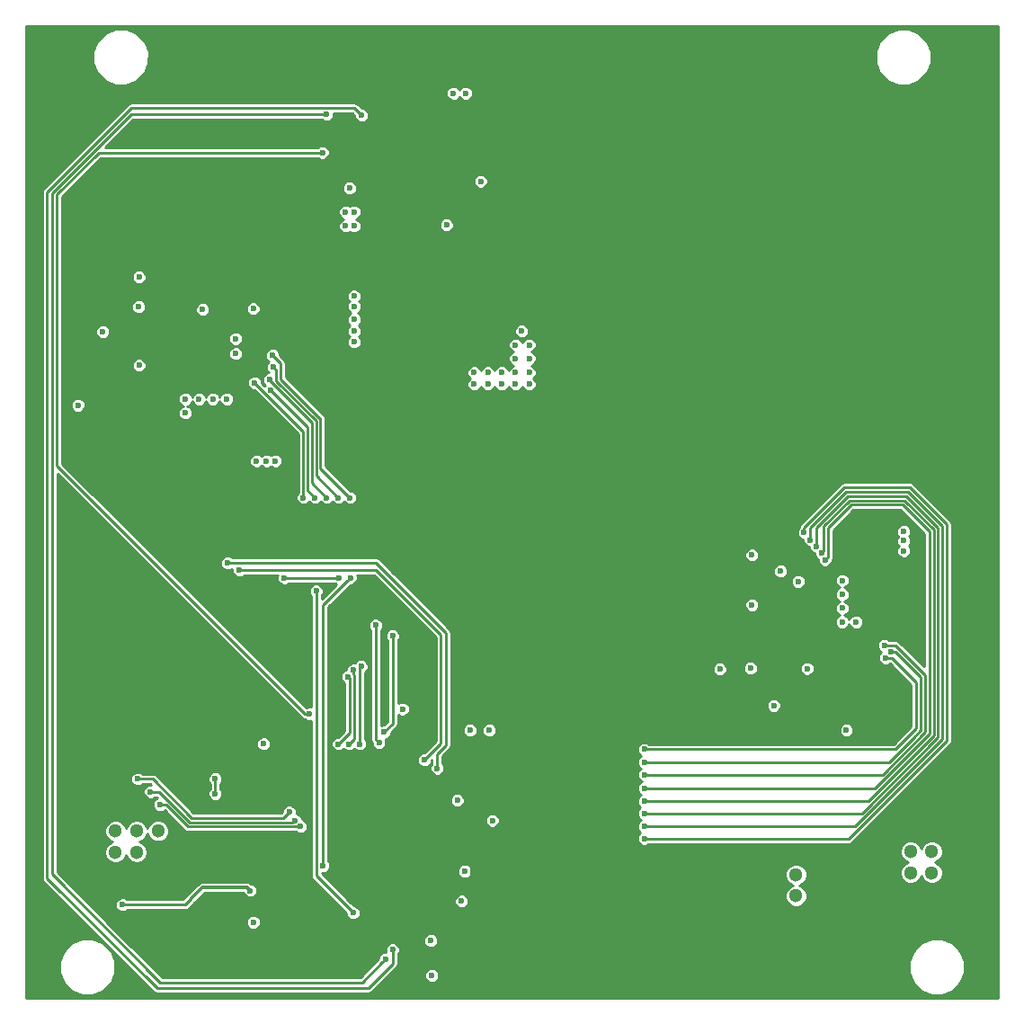
<source format=gbr>
G04 #@! TF.FileFunction,Copper,L4,Bot,Signal*
%FSLAX46Y46*%
G04 Gerber Fmt 4.6, Leading zero omitted, Abs format (unit mm)*
G04 Created by KiCad (PCBNEW 4.0.7) date Friday, March 09, 2018 'PMt' 08:43:15 PM*
%MOMM*%
%LPD*%
G01*
G04 APERTURE LIST*
%ADD10C,0.100000*%
%ADD11C,0.600000*%
%ADD12R,1.300000X1.300000*%
%ADD13C,1.300000*%
%ADD14C,0.400000*%
%ADD15C,0.250000*%
%ADD16C,0.305000*%
%ADD17C,0.270000*%
G04 APERTURE END LIST*
D10*
D11*
X158800000Y-82100000D03*
X159700000Y-90700000D03*
X156100000Y-92900000D03*
X156100000Y-85300000D03*
X155500000Y-78500000D03*
X147600000Y-78200000D03*
X147400000Y-73700000D03*
X156800000Y-72700000D03*
X155600000Y-64500000D03*
X151700000Y-68900000D03*
X149200000Y-62200000D03*
X122700000Y-128800000D03*
X124200000Y-132800000D03*
X122700000Y-131300000D03*
X142600000Y-67200000D03*
X143700000Y-67200000D03*
X143700000Y-66000000D03*
X142600000Y-66000000D03*
X127800000Y-143600000D03*
X181500000Y-138300000D03*
D12*
X177500000Y-135000000D03*
D13*
X177500000Y-137000000D03*
X175500000Y-135000000D03*
X175500000Y-137000000D03*
X173500000Y-135000000D03*
X173500000Y-137000000D03*
D12*
X115400000Y-132900000D03*
D13*
X115400000Y-130900000D03*
X113400000Y-132900000D03*
X113400000Y-130900000D03*
X111400000Y-132900000D03*
X111400000Y-130900000D03*
D12*
X188277620Y-136834336D03*
D13*
X186277620Y-136834336D03*
X188277620Y-134834336D03*
X186277620Y-134834336D03*
X188277620Y-132834336D03*
X186277620Y-132834336D03*
D11*
X191000000Y-81000000D03*
X189500000Y-68000000D03*
X193000000Y-56500000D03*
X177000000Y-61000000D03*
X125000000Y-120500000D03*
X126500000Y-112400000D03*
X117000000Y-109300000D03*
X183500000Y-63500000D03*
X165500000Y-56500000D03*
X176500000Y-69000000D03*
X138500000Y-127000000D03*
X127400000Y-127000000D03*
X133000000Y-127500000D03*
X183000000Y-72500000D03*
X169500000Y-62000000D03*
X136000000Y-128500000D03*
X134500000Y-132500000D03*
X106900000Y-108500000D03*
X190000000Y-90000000D03*
X128000000Y-133000000D03*
X110300000Y-113600000D03*
X107500000Y-121000000D03*
X172000000Y-89500000D03*
X142000000Y-56000000D03*
X121100000Y-70850000D03*
X135000000Y-135500000D03*
X114500000Y-119300000D03*
X107000000Y-127500000D03*
X179000000Y-86500000D03*
X167000000Y-85000000D03*
X139500000Y-104000000D03*
X108500000Y-79500000D03*
X109000000Y-96000000D03*
X135500000Y-107500000D03*
X133200000Y-112300000D03*
X130000000Y-138000000D03*
X115500000Y-125000000D03*
X107500000Y-133400000D03*
X179000000Y-78500000D03*
X193500000Y-99500000D03*
X110000000Y-75000000D03*
X123000000Y-100000000D03*
X110000000Y-99500000D03*
X139500000Y-112600000D03*
X126500000Y-118900000D03*
X174500000Y-97000000D03*
X154600000Y-105000000D03*
X152000000Y-101400000D03*
X145600000Y-110200000D03*
X146600000Y-106000000D03*
X163700000Y-113000000D03*
X150900000Y-128200000D03*
X159500000Y-100000000D03*
X189500000Y-128900000D03*
X192800000Y-133900000D03*
X166000000Y-134800000D03*
X143900000Y-100600000D03*
X157400000Y-107500000D03*
X148900000Y-121500000D03*
X152800000Y-125800000D03*
X183000000Y-94500000D03*
X191400000Y-110900000D03*
X187000000Y-113700000D03*
X193400000Y-119400000D03*
X186100000Y-139000000D03*
X157000000Y-114500000D03*
X165100000Y-118900000D03*
X144600000Y-119300000D03*
X155900000Y-134100000D03*
X157100000Y-142900000D03*
X163500000Y-141000000D03*
X175900000Y-143800000D03*
X193200000Y-143540000D03*
X148500000Y-144000000D03*
X104500000Y-145500000D03*
X114000000Y-140900000D03*
X104500000Y-139500000D03*
X112150000Y-145230000D03*
X134000000Y-142500000D03*
X114500000Y-70500000D03*
X103600000Y-63000000D03*
X109400000Y-69500000D03*
X120800000Y-64300000D03*
X120500000Y-58000000D03*
X103500000Y-56000000D03*
X116090000Y-57470000D03*
X124500000Y-60500000D03*
X114500000Y-66150000D03*
X119800000Y-131900000D03*
X122300000Y-135000000D03*
X131700000Y-121300000D03*
X123200000Y-117300000D03*
X115900000Y-137200000D03*
X115234760Y-85181328D03*
X116334760Y-85181328D03*
X117434760Y-85181328D03*
X115234760Y-84081328D03*
X116334760Y-84081328D03*
X117434760Y-84081328D03*
X115234760Y-82981328D03*
X116334760Y-82981328D03*
X117434760Y-82981328D03*
X174859692Y-114005988D03*
X174859692Y-112905988D03*
X174859692Y-111805988D03*
X173759692Y-114005988D03*
X173759692Y-112905988D03*
X173759692Y-111805988D03*
X172659692Y-114005988D03*
X172659692Y-112905988D03*
X172659692Y-111805988D03*
D14*
X139322380Y-76231328D03*
X140022380Y-76231328D03*
X140022380Y-76931328D03*
X139322380Y-76931328D03*
D11*
X183350000Y-109200000D03*
X139800000Y-134000000D03*
X115372380Y-77145664D03*
X184439692Y-117205988D03*
X123725295Y-95244155D03*
X184857010Y-105482732D03*
X141521651Y-81902823D03*
X139730000Y-143280000D03*
X160400000Y-75200000D03*
X160400000Y-78200000D03*
X128260000Y-82600000D03*
X128260000Y-88600000D03*
X132900000Y-94900000D03*
X139000000Y-94900000D03*
X145000000Y-94900000D03*
X151000000Y-94900000D03*
X157000000Y-94900000D03*
X161740000Y-88700000D03*
X161740000Y-82700000D03*
X128260000Y-64500000D03*
X128260000Y-70600000D03*
X127100000Y-75200000D03*
X129400000Y-78100000D03*
X161740000Y-70500000D03*
X161740000Y-64600000D03*
X157000000Y-58270000D03*
X151000000Y-58270000D03*
X144900000Y-58270000D03*
X139000000Y-58270000D03*
X133000000Y-58265000D03*
X152700000Y-74100000D03*
X151500000Y-74100000D03*
X150300000Y-74100000D03*
X142324688Y-128938730D03*
X163700000Y-77900000D03*
X163700000Y-75200000D03*
X169379259Y-100020741D03*
X167900000Y-101400000D03*
X169300000Y-97200000D03*
X167900000Y-98600000D03*
X167900000Y-95900000D03*
X166500000Y-97220741D03*
X165100000Y-98599994D03*
X165100000Y-95900000D03*
X163700000Y-97200000D03*
X163700000Y-100000000D03*
X165100000Y-101400000D03*
X146460000Y-74450000D03*
X142551328Y-69781328D03*
X174929692Y-122335988D03*
X169210000Y-77980000D03*
X169100000Y-75200000D03*
X165100000Y-74100000D03*
X166500000Y-75180000D03*
X167900000Y-74100000D03*
X167900000Y-76700000D03*
X167900000Y-79000000D03*
X166500000Y-77980000D03*
X165100000Y-79000000D03*
X126100000Y-94400000D03*
X179924769Y-112560741D03*
X145100000Y-134800000D03*
X136200000Y-141700000D03*
X146600000Y-128600000D03*
X142900000Y-139300000D03*
X140512580Y-120450000D03*
X140512580Y-121690000D03*
X123370000Y-124830000D03*
X149500000Y-135700000D03*
X143410000Y-143620000D03*
X143410000Y-142190000D03*
X120690000Y-137410000D03*
X123690000Y-138340000D03*
X121130000Y-139660000D03*
X126480000Y-121440000D03*
X150210000Y-124410000D03*
X150210000Y-125700000D03*
X148600000Y-140500000D03*
X174924769Y-106560741D03*
X123400000Y-85200000D03*
X186739692Y-111105988D03*
X186739692Y-108905988D03*
X186739692Y-107405988D03*
X186739692Y-105505988D03*
X133160000Y-65940000D03*
X134810000Y-68440000D03*
X137820000Y-69700000D03*
X106958044Y-85481328D03*
X135572380Y-71215664D03*
X136272384Y-71215664D03*
X138272380Y-70915664D03*
X138272380Y-71615664D03*
X141572380Y-71515664D03*
X140272380Y-71515664D03*
X129772380Y-73815664D03*
X129772380Y-72615664D03*
X168539692Y-103865988D03*
X169459692Y-102645988D03*
X170389692Y-102635988D03*
X171419692Y-103765988D03*
X109892380Y-82805664D03*
X110162380Y-81875664D03*
X111522380Y-80245664D03*
X116312380Y-76555664D03*
X114532380Y-76885664D03*
X126532380Y-79835664D03*
X125432380Y-81895664D03*
X126572380Y-81105664D03*
X119832380Y-93615664D03*
X123762380Y-97085664D03*
X121732380Y-97065664D03*
X118132380Y-97065664D03*
X120212380Y-97065664D03*
X174069692Y-121325988D03*
X177918897Y-109515193D03*
X171639692Y-106505988D03*
X172339692Y-106505988D03*
X173039692Y-106505988D03*
X165439692Y-105905988D03*
X165439692Y-104205988D03*
X167603897Y-109385398D03*
X166319692Y-112845988D03*
X166669692Y-113855988D03*
X166889692Y-115665988D03*
X166669692Y-114795988D03*
X170629692Y-118765988D03*
X170019692Y-117775988D03*
X172419692Y-119455988D03*
X171689692Y-119005988D03*
X174239692Y-119655988D03*
X176147099Y-117385398D03*
X179109692Y-121155988D03*
X179109692Y-120305988D03*
X182939692Y-116005988D03*
X179639692Y-115205988D03*
X179639692Y-116205988D03*
X180639692Y-102005988D03*
X182439692Y-102005988D03*
X181539692Y-101005988D03*
X137372380Y-77715664D03*
X137412380Y-76005664D03*
X140672380Y-82815664D03*
X138172380Y-84115664D03*
X138872380Y-83415664D03*
X137572380Y-83415664D03*
X138872380Y-84815664D03*
X137572380Y-84815664D03*
X139572380Y-88815664D03*
X139572380Y-87515664D03*
X140872380Y-87515664D03*
X140872380Y-88815664D03*
X142172380Y-88815664D03*
X143872380Y-84815664D03*
X132672380Y-79115664D03*
X131872380Y-79115664D03*
X119822380Y-77915664D03*
X110472380Y-81115664D03*
X108922380Y-89515664D03*
X108172380Y-89515664D03*
X112922380Y-89765664D03*
X114022380Y-89765664D03*
X116622380Y-90265664D03*
X119622380Y-88465664D03*
X122672380Y-81865664D03*
X122672380Y-83615666D03*
X122672380Y-82765664D03*
X124072380Y-74915664D03*
X123272380Y-75715664D03*
X124922380Y-75715664D03*
X125372380Y-79065664D03*
X111852380Y-86585664D03*
X107982380Y-84505664D03*
X109582380Y-84655664D03*
X112052380Y-94695664D03*
X113062380Y-93265664D03*
X143872380Y-84075664D03*
X143872380Y-83315664D03*
X146600000Y-127100000D03*
X146600000Y-125760000D03*
X149672380Y-83815664D03*
X150372380Y-85115664D03*
X149072380Y-85115664D03*
X150372380Y-86415664D03*
X149072380Y-86415664D03*
X150372380Y-88815664D03*
X150372380Y-87715664D03*
X149072380Y-87715664D03*
X149072380Y-88815664D03*
X147772380Y-88815664D03*
X147772380Y-87715664D03*
X146472380Y-87715664D03*
X146472380Y-88815664D03*
X145172380Y-88815664D03*
X145172380Y-87715664D03*
X125350799Y-122678716D03*
X145800000Y-69700000D03*
X144300000Y-134700000D03*
X144000000Y-137500000D03*
X141200000Y-144500000D03*
X141100000Y-141200000D03*
X124400000Y-139500000D03*
X143600000Y-128000000D03*
X133460000Y-70350000D03*
X144800000Y-121400000D03*
X146600000Y-121400000D03*
X133900000Y-83800000D03*
X133900000Y-82700000D03*
X133900000Y-81500000D03*
X144380000Y-61420000D03*
X143210000Y-61420000D03*
X126469336Y-96040664D03*
X125610000Y-96040664D03*
X124680000Y-96040664D03*
X185639692Y-104505988D03*
X185639692Y-103560741D03*
X138440000Y-119400000D03*
X142572380Y-73815664D03*
X133872380Y-72615664D03*
X133872380Y-73915664D03*
X133072380Y-73915664D03*
X133072380Y-72615664D03*
X133872380Y-84815664D03*
X133872380Y-80515664D03*
X185639692Y-102675664D03*
X146900000Y-129900000D03*
X113572380Y-81515664D03*
X171214769Y-115560741D03*
X110201813Y-83858646D03*
X175705282Y-107405988D03*
X174039692Y-106405988D03*
X171339692Y-109605988D03*
X171339692Y-104905988D03*
X168309692Y-115645988D03*
X173389692Y-119085988D03*
X180239692Y-121405988D03*
X176539692Y-115605988D03*
X179839692Y-107305988D03*
X181139692Y-111205988D03*
X179839692Y-108605988D03*
X179839692Y-109905988D03*
X179839692Y-111205988D03*
X117972380Y-91515664D03*
X121872380Y-90215664D03*
X120572380Y-90215664D03*
X117972380Y-90215664D03*
X119272380Y-90215664D03*
X113622380Y-78715664D03*
X124372380Y-81715664D03*
X119602380Y-81765664D03*
X122722380Y-85945664D03*
X122712380Y-84525664D03*
X113622380Y-87045664D03*
X107872380Y-90815664D03*
X115600000Y-128400000D03*
X128830000Y-130480000D03*
X112060000Y-137840000D03*
X124100000Y-136500000D03*
X128280350Y-129902590D03*
X114700000Y-127200000D03*
X127770000Y-129130000D03*
X113500000Y-126000000D03*
X134600000Y-63500000D03*
X137501529Y-142081824D03*
X136846035Y-142960187D03*
X131300000Y-63400000D03*
X134531438Y-115381147D03*
X134400000Y-122700000D03*
X133822590Y-115737312D03*
X133400000Y-122700000D03*
X133269999Y-116352228D03*
X132400000Y-122700000D03*
X120800219Y-125974604D03*
X120800000Y-127389990D03*
X121970000Y-105650000D03*
X141700000Y-125000000D03*
X123060000Y-106300000D03*
X140500000Y-124200000D03*
X129679825Y-119885736D03*
X130900000Y-67000000D03*
X137500000Y-112500000D03*
X136710000Y-121590000D03*
X135915981Y-111515981D03*
X136215980Y-122590000D03*
X132484790Y-107036822D03*
X127300000Y-107050000D03*
X133512010Y-107052531D03*
X130949027Y-134150973D03*
X133800000Y-138600000D03*
X130300000Y-108300000D03*
X183924769Y-114578988D03*
X161219259Y-123204769D03*
X184446682Y-114001580D03*
X161219259Y-124424769D03*
X183810224Y-113420168D03*
X161229259Y-125584769D03*
X178224769Y-105360741D03*
X161219261Y-126874769D03*
X161209547Y-128094481D03*
X177888285Y-104687772D03*
X177416201Y-104101902D03*
X161219259Y-129244769D03*
X176838791Y-103480741D03*
X161219259Y-130454769D03*
X161229259Y-131604769D03*
X176261381Y-102765709D03*
X129100000Y-99500000D03*
X124496079Y-88688299D03*
X130200000Y-99500000D03*
X125993564Y-89341009D03*
X131300000Y-99500000D03*
X125900000Y-88400000D03*
X132400000Y-99500000D03*
X126234534Y-87185075D03*
X133500000Y-99500000D03*
X126200000Y-86100000D03*
D15*
X115600000Y-128400000D02*
X116154058Y-128400000D01*
X116154058Y-128400000D02*
X118234058Y-130480000D01*
X118234058Y-130480000D02*
X118329506Y-130480000D01*
X118329506Y-130480000D02*
X128830000Y-130480000D01*
X112060000Y-137840000D02*
X117960000Y-137840000D01*
X117960000Y-137840000D02*
X118600000Y-137200000D01*
D16*
X119600000Y-136200000D02*
X123800000Y-136200000D01*
X123800000Y-136200000D02*
X124100000Y-136500000D01*
X118600000Y-137200000D02*
X119600000Y-136200000D01*
D15*
X114700000Y-127200000D02*
X115523152Y-127200000D01*
X115523152Y-127200000D02*
X118396230Y-130073078D01*
X118396230Y-130073078D02*
X128113078Y-130073078D01*
X128113078Y-130073078D02*
X128230173Y-129955983D01*
X128230173Y-129955983D02*
X128230173Y-129952767D01*
X128230173Y-129952767D02*
X128280350Y-129902590D01*
X114892247Y-126000000D02*
X118562914Y-129670667D01*
X118562914Y-129670667D02*
X127225666Y-129670667D01*
X127225666Y-129670667D02*
X127766333Y-129130000D01*
X127766333Y-129130000D02*
X127770000Y-129130000D01*
X113500000Y-126000000D02*
X114892247Y-126000000D01*
X115310820Y-145665010D02*
X104965178Y-135319368D01*
X135220692Y-145665010D02*
X115310820Y-145665010D01*
X104965178Y-70734595D02*
X112904674Y-62795099D01*
X104965178Y-135319368D02*
X104965178Y-70734595D01*
X134300001Y-63200001D02*
X134600000Y-63500000D01*
X112904674Y-62795099D02*
X133895099Y-62795099D01*
X137501529Y-142081824D02*
X137501529Y-143384173D01*
X137501529Y-143384173D02*
X135220692Y-145665010D01*
X133895099Y-62795099D02*
X134300001Y-63200001D01*
X136546036Y-143260186D02*
X136846035Y-142960187D01*
X115610004Y-145160000D02*
X134646222Y-145160000D01*
X112868868Y-63400000D02*
X105422589Y-70846279D01*
X131300000Y-63400000D02*
X112868868Y-63400000D01*
X134646222Y-145160000D02*
X136546036Y-143260186D01*
X105422589Y-134972585D02*
X115610004Y-145160000D01*
X105422589Y-70846279D02*
X105422589Y-134972585D01*
X134400000Y-115512585D02*
X134531438Y-115381147D01*
X134400000Y-122700000D02*
X134400000Y-115512585D01*
X133822590Y-116161576D02*
X133822590Y-115737312D01*
X133868664Y-116207650D02*
X133822590Y-116161576D01*
X133868664Y-122231336D02*
X133868664Y-116207650D01*
X133400000Y-122700000D02*
X133868664Y-122231336D01*
X132400000Y-122700000D02*
X133441478Y-121658522D01*
X133441478Y-121658522D02*
X133441478Y-116515165D01*
X133441478Y-116515165D02*
X133274270Y-116347957D01*
X133274270Y-116347957D02*
X133269999Y-116352228D01*
X120800000Y-125974823D02*
X120800219Y-125974604D01*
X120800000Y-127389990D02*
X120800000Y-125974823D01*
X135950003Y-105650000D02*
X122394264Y-105650000D01*
X141700000Y-123652654D02*
X142522411Y-122830243D01*
X141700000Y-125000000D02*
X141700000Y-123652654D01*
X142522411Y-122830243D02*
X142522411Y-112222408D01*
X142522411Y-112222408D02*
X135950003Y-105650000D01*
X122394264Y-105650000D02*
X121970000Y-105650000D01*
X142052400Y-112417091D02*
X135935309Y-106300000D01*
X123484264Y-106300000D02*
X123060000Y-106300000D01*
X142052400Y-122647600D02*
X142052400Y-112417091D01*
X140500000Y-124200000D02*
X142052400Y-122647600D01*
X135935309Y-106300000D02*
X123484264Y-106300000D01*
X105880000Y-96510175D02*
X129255561Y-119885736D01*
X129255561Y-119885736D02*
X129679825Y-119885736D01*
X109827963Y-67010000D02*
X105880000Y-70957963D01*
X105880000Y-70957963D02*
X105880000Y-96510175D01*
X130900000Y-67000000D02*
X130890000Y-67010000D01*
X130890000Y-67010000D02*
X109827963Y-67010000D01*
X136710000Y-121590000D02*
X137500000Y-120800000D01*
X137500000Y-112924264D02*
X137500000Y-112500000D01*
X137500000Y-120800000D02*
X137500000Y-112924264D01*
X135915981Y-114484350D02*
X135915981Y-111515981D01*
X136215980Y-122590000D02*
X135915981Y-122290001D01*
X135915981Y-122290001D02*
X135915981Y-114484350D01*
X132471612Y-107050000D02*
X132484790Y-107036822D01*
X127300000Y-107050000D02*
X132471612Y-107050000D01*
D17*
X133212011Y-107352530D02*
X133512010Y-107052531D01*
X130949027Y-109615514D02*
X133212011Y-107352530D01*
X130949027Y-134150973D02*
X130949027Y-109615514D01*
X133800000Y-138600000D02*
X130300000Y-135100000D01*
X130300000Y-135100000D02*
X130300000Y-120134915D01*
X130300000Y-120134915D02*
X130300000Y-108300000D01*
D15*
X184855990Y-123204769D02*
X186835428Y-121225331D01*
X184493016Y-114578988D02*
X183924769Y-114578988D01*
X186835428Y-121225331D02*
X186835428Y-116921400D01*
X186835428Y-116921400D02*
X184493016Y-114578988D01*
X161219259Y-123204769D02*
X184855990Y-123204769D01*
X184232110Y-124424769D02*
X186509180Y-122147699D01*
X186509180Y-122147699D02*
X186518470Y-122147699D01*
X186518470Y-122147699D02*
X187239839Y-121426330D01*
X184870946Y-114001580D02*
X187239839Y-116370473D01*
X184446682Y-114001580D02*
X184870946Y-114001580D01*
X187239839Y-116370473D02*
X187239839Y-121426330D01*
X161219259Y-124424769D02*
X184232110Y-124424769D01*
X187646250Y-121591842D02*
X187646250Y-120400000D01*
X187646250Y-116202133D02*
X187646250Y-120400000D01*
X187646250Y-120400000D02*
X187646250Y-120899260D01*
X184864285Y-113420168D02*
X187646250Y-116202133D01*
X183810224Y-113420168D02*
X184864285Y-113420168D01*
X183653323Y-125584769D02*
X187646250Y-121591842D01*
X161229259Y-125584769D02*
X183653323Y-125584769D01*
X188064769Y-102705126D02*
X188064769Y-121742418D01*
X185520384Y-100160741D02*
X188064769Y-102705126D01*
X180694338Y-100160741D02*
X185520384Y-100160741D01*
X178513286Y-102341793D02*
X180694338Y-100160741D01*
X178224769Y-105360741D02*
X178513286Y-105072224D01*
X178513286Y-105072224D02*
X178513286Y-102341793D01*
X182932418Y-126874769D02*
X161219261Y-126874769D01*
X188064769Y-121742418D02*
X182932418Y-126874769D01*
X188467180Y-102538442D02*
X188467180Y-121909102D01*
X185687068Y-99758330D02*
X188467180Y-102538442D01*
X182281801Y-128094481D02*
X161633811Y-128094481D01*
X188467180Y-121909102D02*
X182281801Y-128094481D01*
X180527654Y-99758330D02*
X185687068Y-99758330D01*
X178110875Y-102175109D02*
X180527654Y-99758330D01*
X161633811Y-128094481D02*
X161209547Y-128094481D01*
X178110875Y-104465182D02*
X178110875Y-102175109D01*
X177888285Y-104687772D02*
X178110875Y-104465182D01*
X177888285Y-104687772D02*
X177888285Y-104722969D01*
X187604402Y-101060333D02*
X185899988Y-99355919D01*
X188877591Y-122067786D02*
X188877591Y-102333522D01*
X188877591Y-102333522D02*
X187604402Y-101060333D01*
X187604402Y-101060333D02*
X187591732Y-101060333D01*
X177416201Y-103677638D02*
X177416201Y-104101902D01*
X177416201Y-102300688D02*
X177416201Y-103677638D01*
X185899988Y-99355919D02*
X180360970Y-99355919D01*
X180360970Y-99355919D02*
X177416201Y-102300688D01*
X181700608Y-129244769D02*
X188877591Y-122067786D01*
X161219259Y-129244769D02*
X181700608Y-129244769D01*
X189280002Y-122234470D02*
X189280002Y-102166838D01*
X189280002Y-102166838D02*
X186066672Y-98953508D01*
X181059703Y-130454769D02*
X189280002Y-122234470D01*
X176838791Y-102309003D02*
X176838791Y-103056477D01*
X180194286Y-98953508D02*
X176838791Y-102309003D01*
X176838791Y-103056477D02*
X176838791Y-103480741D01*
X186066672Y-98953508D02*
X180194286Y-98953508D01*
X161219259Y-130454769D02*
X181059703Y-130454769D01*
X189682413Y-102000154D02*
X186233356Y-98551097D01*
X189682413Y-122401154D02*
X189682413Y-102000154D01*
X176261381Y-102341445D02*
X176261381Y-102765709D01*
X176261381Y-102317318D02*
X176261381Y-102341445D01*
X180027602Y-98551097D02*
X176261381Y-102317318D01*
X186233356Y-98551097D02*
X180027602Y-98551097D01*
X180478798Y-131604769D02*
X189682413Y-122401154D01*
X161229259Y-131604769D02*
X180478798Y-131604769D01*
X124496079Y-88696079D02*
X128800000Y-93000000D01*
X128800000Y-93000000D02*
X129000000Y-93200000D01*
X129100000Y-99500000D02*
X129100000Y-93300000D01*
X129100000Y-93300000D02*
X128800000Y-93000000D01*
X124496079Y-88688299D02*
X124496079Y-88696079D01*
X129417293Y-92764738D02*
X129100000Y-92447445D01*
X129100000Y-92447445D02*
X126293563Y-89641008D01*
X129502410Y-92849855D02*
X129100000Y-92447445D01*
X130200000Y-99500000D02*
X129502410Y-98802410D01*
X129502410Y-98802410D02*
X129502410Y-92849855D01*
X126293563Y-89641008D02*
X125993564Y-89341009D01*
X129823704Y-92351739D02*
X129700000Y-92228035D01*
X129700000Y-92228035D02*
X125900000Y-88428035D01*
X131300000Y-99500000D02*
X129904820Y-98104820D01*
X129904820Y-98104820D02*
X129904820Y-92432855D01*
X129904820Y-92432855D02*
X129700000Y-92228035D01*
X125900000Y-88428035D02*
X125900000Y-88400000D01*
X132400000Y-99500000D02*
X130307230Y-97407230D01*
X130307230Y-97407230D02*
X130307230Y-92266172D01*
X130307230Y-92266172D02*
X126534533Y-88493476D01*
X126534533Y-88493476D02*
X126534533Y-87485074D01*
X126534533Y-87485074D02*
X126234534Y-87185075D01*
X130628524Y-92018373D02*
X130200000Y-91589850D01*
X130200000Y-91589850D02*
X126936943Y-88326794D01*
X133500000Y-99500000D02*
X130709640Y-96709640D01*
X130709640Y-96709640D02*
X130709640Y-92099490D01*
X130709640Y-92099490D02*
X130200000Y-91589850D01*
X126936943Y-86836943D02*
X126200000Y-86100000D01*
X126936943Y-88326794D02*
X126936943Y-86836943D01*
G36*
X194550000Y-146650000D02*
X102950000Y-146650000D01*
X102950000Y-144222825D01*
X106109542Y-144222825D01*
X106510612Y-145193486D01*
X107252607Y-145936778D01*
X108222568Y-146339541D01*
X109272825Y-146340458D01*
X110243486Y-145939388D01*
X110986778Y-145197393D01*
X111389541Y-144227432D01*
X111390458Y-143177175D01*
X110989388Y-142206514D01*
X110247393Y-141463222D01*
X109277432Y-141060459D01*
X108227175Y-141059542D01*
X107256514Y-141460612D01*
X106513222Y-142202607D01*
X106110459Y-143172568D01*
X106109542Y-144222825D01*
X102950000Y-144222825D01*
X102950000Y-70734595D01*
X104465178Y-70734595D01*
X104465178Y-135319368D01*
X104495655Y-135472585D01*
X104503238Y-135510710D01*
X104611625Y-135672921D01*
X114957266Y-146018563D01*
X115119478Y-146126950D01*
X115310820Y-146165010D01*
X135220692Y-146165010D01*
X135412034Y-146126950D01*
X135574245Y-146018563D01*
X136959131Y-144633677D01*
X140524883Y-144633677D01*
X140627429Y-144881857D01*
X140817144Y-145071903D01*
X141065145Y-145174883D01*
X141333677Y-145175117D01*
X141581857Y-145072571D01*
X141771903Y-144882856D01*
X141874883Y-144634855D01*
X141875117Y-144366323D01*
X141815825Y-144222825D01*
X186109542Y-144222825D01*
X186510612Y-145193486D01*
X187252607Y-145936778D01*
X188222568Y-146339541D01*
X189272825Y-146340458D01*
X190243486Y-145939388D01*
X190986778Y-145197393D01*
X191389541Y-144227432D01*
X191390458Y-143177175D01*
X190989388Y-142206514D01*
X190247393Y-141463222D01*
X189277432Y-141060459D01*
X188227175Y-141059542D01*
X187256514Y-141460612D01*
X186513222Y-142202607D01*
X186110459Y-143172568D01*
X186109542Y-144222825D01*
X141815825Y-144222825D01*
X141772571Y-144118143D01*
X141582856Y-143928097D01*
X141334855Y-143825117D01*
X141066323Y-143824883D01*
X140818143Y-143927429D01*
X140628097Y-144117144D01*
X140525117Y-144365145D01*
X140524883Y-144633677D01*
X136959131Y-144633677D01*
X137855083Y-143737726D01*
X137937928Y-143613739D01*
X137963469Y-143575515D01*
X138001529Y-143384173D01*
X138001529Y-142536458D01*
X138073432Y-142464680D01*
X138176412Y-142216679D01*
X138176646Y-141948147D01*
X138074100Y-141699967D01*
X137884385Y-141509921D01*
X137636384Y-141406941D01*
X137367852Y-141406707D01*
X137119672Y-141509253D01*
X136929626Y-141698968D01*
X136826646Y-141946969D01*
X136826412Y-142215501D01*
X136855209Y-142285194D01*
X136712358Y-142285070D01*
X136464178Y-142387616D01*
X136274132Y-142577331D01*
X136171152Y-142825332D01*
X136171062Y-142928053D01*
X134439116Y-144660000D01*
X115817111Y-144660000D01*
X112490788Y-141333677D01*
X140424883Y-141333677D01*
X140527429Y-141581857D01*
X140717144Y-141771903D01*
X140965145Y-141874883D01*
X141233677Y-141875117D01*
X141481857Y-141772571D01*
X141671903Y-141582856D01*
X141774883Y-141334855D01*
X141775117Y-141066323D01*
X141672571Y-140818143D01*
X141482856Y-140628097D01*
X141234855Y-140525117D01*
X140966323Y-140524883D01*
X140718143Y-140627429D01*
X140528097Y-140817144D01*
X140425117Y-141065145D01*
X140424883Y-141333677D01*
X112490788Y-141333677D01*
X110790788Y-139633677D01*
X123724883Y-139633677D01*
X123827429Y-139881857D01*
X124017144Y-140071903D01*
X124265145Y-140174883D01*
X124533677Y-140175117D01*
X124781857Y-140072571D01*
X124971903Y-139882856D01*
X125074883Y-139634855D01*
X125075117Y-139366323D01*
X124972571Y-139118143D01*
X124782856Y-138928097D01*
X124534855Y-138825117D01*
X124266323Y-138824883D01*
X124018143Y-138927429D01*
X123828097Y-139117144D01*
X123725117Y-139365145D01*
X123724883Y-139633677D01*
X110790788Y-139633677D01*
X109130788Y-137973677D01*
X111384883Y-137973677D01*
X111487429Y-138221857D01*
X111677144Y-138411903D01*
X111925145Y-138514883D01*
X112193677Y-138515117D01*
X112441857Y-138412571D01*
X112514555Y-138340000D01*
X117960000Y-138340000D01*
X118151342Y-138301940D01*
X118313553Y-138193553D01*
X118855796Y-137651311D01*
X118972999Y-137572999D01*
X119818498Y-136727500D01*
X123463650Y-136727500D01*
X123527429Y-136881857D01*
X123717144Y-137071903D01*
X123965145Y-137174883D01*
X124233677Y-137175117D01*
X124481857Y-137072571D01*
X124671903Y-136882856D01*
X124774883Y-136634855D01*
X124775117Y-136366323D01*
X124672571Y-136118143D01*
X124482856Y-135928097D01*
X124234855Y-135825117D01*
X124170095Y-135825061D01*
X124104614Y-135781308D01*
X124001866Y-135712654D01*
X123800000Y-135672500D01*
X119600005Y-135672500D01*
X119600000Y-135672499D01*
X119398135Y-135712653D01*
X119227001Y-135827001D01*
X118227001Y-136827001D01*
X118148689Y-136944204D01*
X117752894Y-137340000D01*
X112514634Y-137340000D01*
X112442856Y-137268097D01*
X112194855Y-137165117D01*
X111926323Y-137164883D01*
X111678143Y-137267429D01*
X111488097Y-137457144D01*
X111385117Y-137705145D01*
X111384883Y-137973677D01*
X109130788Y-137973677D01*
X105922589Y-134765479D01*
X105922589Y-131102991D01*
X110374822Y-131102991D01*
X110530541Y-131479857D01*
X110818626Y-131768446D01*
X111135757Y-131900131D01*
X110820143Y-132030541D01*
X110531554Y-132318626D01*
X110375178Y-132695220D01*
X110374822Y-133102991D01*
X110530541Y-133479857D01*
X110818626Y-133768446D01*
X111195220Y-133924822D01*
X111602991Y-133925178D01*
X111979857Y-133769459D01*
X112268446Y-133481374D01*
X112400131Y-133164243D01*
X112530541Y-133479857D01*
X112818626Y-133768446D01*
X113195220Y-133924822D01*
X113602991Y-133925178D01*
X113979857Y-133769459D01*
X114268446Y-133481374D01*
X114424822Y-133104780D01*
X114425178Y-132697009D01*
X114269459Y-132320143D01*
X113981374Y-132031554D01*
X113664243Y-131899869D01*
X113979857Y-131769459D01*
X114268446Y-131481374D01*
X114400131Y-131164243D01*
X114530541Y-131479857D01*
X114818626Y-131768446D01*
X115195220Y-131924822D01*
X115602991Y-131925178D01*
X115979857Y-131769459D01*
X116268446Y-131481374D01*
X116424822Y-131104780D01*
X116425178Y-130697009D01*
X116269459Y-130320143D01*
X115981374Y-130031554D01*
X115604780Y-129875178D01*
X115197009Y-129874822D01*
X114820143Y-130030541D01*
X114531554Y-130318626D01*
X114399869Y-130635757D01*
X114269459Y-130320143D01*
X113981374Y-130031554D01*
X113604780Y-129875178D01*
X113197009Y-129874822D01*
X112820143Y-130030541D01*
X112531554Y-130318626D01*
X112399869Y-130635757D01*
X112269459Y-130320143D01*
X111981374Y-130031554D01*
X111604780Y-129875178D01*
X111197009Y-129874822D01*
X110820143Y-130030541D01*
X110531554Y-130318626D01*
X110375178Y-130695220D01*
X110374822Y-131102991D01*
X105922589Y-131102991D01*
X105922589Y-126133677D01*
X112824883Y-126133677D01*
X112927429Y-126381857D01*
X113117144Y-126571903D01*
X113365145Y-126674883D01*
X113633677Y-126675117D01*
X113881857Y-126572571D01*
X113954555Y-126500000D01*
X114685141Y-126500000D01*
X114710149Y-126525008D01*
X114566323Y-126524883D01*
X114318143Y-126627429D01*
X114128097Y-126817144D01*
X114025117Y-127065145D01*
X114024883Y-127333677D01*
X114127429Y-127581857D01*
X114317144Y-127771903D01*
X114565145Y-127874883D01*
X114833677Y-127875117D01*
X115081857Y-127772571D01*
X115154555Y-127700000D01*
X115316046Y-127700000D01*
X115377592Y-127761546D01*
X115218143Y-127827429D01*
X115028097Y-128017144D01*
X114925117Y-128265145D01*
X114924883Y-128533677D01*
X115027429Y-128781857D01*
X115217144Y-128971903D01*
X115465145Y-129074883D01*
X115733677Y-129075117D01*
X115981857Y-128972571D01*
X116000706Y-128953754D01*
X117880504Y-130833553D01*
X118024326Y-130929652D01*
X118042716Y-130941940D01*
X118234058Y-130980000D01*
X128375366Y-130980000D01*
X128447144Y-131051903D01*
X128695145Y-131154883D01*
X128963677Y-131155117D01*
X129211857Y-131052571D01*
X129401903Y-130862856D01*
X129504883Y-130614855D01*
X129505117Y-130346323D01*
X129402571Y-130098143D01*
X129212856Y-129908097D01*
X128964855Y-129805117D01*
X128955435Y-129805109D01*
X128955467Y-129768913D01*
X128852921Y-129520733D01*
X128663206Y-129330687D01*
X128444905Y-129240039D01*
X128445117Y-128996323D01*
X128342571Y-128748143D01*
X128152856Y-128558097D01*
X127904855Y-128455117D01*
X127636323Y-128454883D01*
X127388143Y-128557429D01*
X127198097Y-128747144D01*
X127095117Y-128995145D01*
X127095031Y-129094196D01*
X127018560Y-129170667D01*
X118770020Y-129170667D01*
X117123020Y-127523667D01*
X120124883Y-127523667D01*
X120227429Y-127771847D01*
X120417144Y-127961893D01*
X120665145Y-128064873D01*
X120933677Y-128065107D01*
X121181857Y-127962561D01*
X121371903Y-127772846D01*
X121474883Y-127524845D01*
X121475117Y-127256313D01*
X121372571Y-127008133D01*
X121300000Y-126935435D01*
X121300000Y-126429456D01*
X121372122Y-126357460D01*
X121475102Y-126109459D01*
X121475336Y-125840927D01*
X121372790Y-125592747D01*
X121183075Y-125402701D01*
X120935074Y-125299721D01*
X120666542Y-125299487D01*
X120418362Y-125402033D01*
X120228316Y-125591748D01*
X120125336Y-125839749D01*
X120125102Y-126108281D01*
X120227648Y-126356461D01*
X120300000Y-126428939D01*
X120300000Y-126935356D01*
X120228097Y-127007134D01*
X120125117Y-127255135D01*
X120124883Y-127523667D01*
X117123020Y-127523667D01*
X115245800Y-125646447D01*
X115083589Y-125538060D01*
X114892247Y-125500000D01*
X113954634Y-125500000D01*
X113882856Y-125428097D01*
X113634855Y-125325117D01*
X113366323Y-125324883D01*
X113118143Y-125427429D01*
X112928097Y-125617144D01*
X112825117Y-125865145D01*
X112824883Y-126133677D01*
X105922589Y-126133677D01*
X105922589Y-122812393D01*
X124675682Y-122812393D01*
X124778228Y-123060573D01*
X124967943Y-123250619D01*
X125215944Y-123353599D01*
X125484476Y-123353833D01*
X125732656Y-123251287D01*
X125922702Y-123061572D01*
X126025682Y-122813571D01*
X126025916Y-122545039D01*
X125923370Y-122296859D01*
X125733655Y-122106813D01*
X125485654Y-122003833D01*
X125217122Y-122003599D01*
X124968942Y-122106145D01*
X124778896Y-122295860D01*
X124675916Y-122543861D01*
X124675682Y-122812393D01*
X105922589Y-122812393D01*
X105922589Y-97259870D01*
X128902007Y-120239289D01*
X129037891Y-120330084D01*
X129064219Y-120347676D01*
X129217667Y-120378198D01*
X129296969Y-120457639D01*
X129544970Y-120560619D01*
X129790000Y-120560833D01*
X129790000Y-135100000D01*
X129795575Y-135128026D01*
X129828821Y-135295169D01*
X129939376Y-135460624D01*
X133124959Y-138646208D01*
X133124883Y-138733677D01*
X133227429Y-138981857D01*
X133417144Y-139171903D01*
X133665145Y-139274883D01*
X133933677Y-139275117D01*
X134181857Y-139172571D01*
X134371903Y-138982856D01*
X134474883Y-138734855D01*
X134475117Y-138466323D01*
X134372571Y-138218143D01*
X134182856Y-138028097D01*
X133934855Y-137925117D01*
X133846289Y-137925040D01*
X133554926Y-137633677D01*
X143324883Y-137633677D01*
X143427429Y-137881857D01*
X143617144Y-138071903D01*
X143865145Y-138174883D01*
X144133677Y-138175117D01*
X144381857Y-138072571D01*
X144571903Y-137882856D01*
X144674883Y-137634855D01*
X144675117Y-137366323D01*
X144572571Y-137118143D01*
X144382856Y-136928097D01*
X144134855Y-136825117D01*
X143866323Y-136824883D01*
X143618143Y-136927429D01*
X143428097Y-137117144D01*
X143325117Y-137365145D01*
X143324883Y-137633677D01*
X133554926Y-137633677D01*
X130810000Y-134888752D01*
X130810000Y-134833677D01*
X143624883Y-134833677D01*
X143727429Y-135081857D01*
X143917144Y-135271903D01*
X144165145Y-135374883D01*
X144433677Y-135375117D01*
X144681857Y-135272571D01*
X144751558Y-135202991D01*
X174474822Y-135202991D01*
X174630541Y-135579857D01*
X174918626Y-135868446D01*
X175235757Y-136000131D01*
X174920143Y-136130541D01*
X174631554Y-136418626D01*
X174475178Y-136795220D01*
X174474822Y-137202991D01*
X174630541Y-137579857D01*
X174918626Y-137868446D01*
X175295220Y-138024822D01*
X175702991Y-138025178D01*
X176079857Y-137869459D01*
X176368446Y-137581374D01*
X176524822Y-137204780D01*
X176525178Y-136797009D01*
X176369459Y-136420143D01*
X176081374Y-136131554D01*
X175764243Y-135999869D01*
X176079857Y-135869459D01*
X176368446Y-135581374D01*
X176524822Y-135204780D01*
X176525178Y-134797009D01*
X176369459Y-134420143D01*
X176081374Y-134131554D01*
X175704780Y-133975178D01*
X175297009Y-133974822D01*
X174920143Y-134130541D01*
X174631554Y-134418626D01*
X174475178Y-134795220D01*
X174474822Y-135202991D01*
X144751558Y-135202991D01*
X144871903Y-135082856D01*
X144974883Y-134834855D01*
X144975117Y-134566323D01*
X144872571Y-134318143D01*
X144682856Y-134128097D01*
X144434855Y-134025117D01*
X144166323Y-134024883D01*
X143918143Y-134127429D01*
X143728097Y-134317144D01*
X143625117Y-134565145D01*
X143624883Y-134833677D01*
X130810000Y-134833677D01*
X130810000Y-134824124D01*
X130814172Y-134825856D01*
X131082704Y-134826090D01*
X131330884Y-134723544D01*
X131520930Y-134533829D01*
X131623910Y-134285828D01*
X131624144Y-134017296D01*
X131521598Y-133769116D01*
X131459027Y-133706436D01*
X131459027Y-133037327D01*
X185252442Y-133037327D01*
X185408161Y-133414193D01*
X185696246Y-133702782D01*
X186013377Y-133834467D01*
X185697763Y-133964877D01*
X185409174Y-134252962D01*
X185252798Y-134629556D01*
X185252442Y-135037327D01*
X185408161Y-135414193D01*
X185696246Y-135702782D01*
X186072840Y-135859158D01*
X186480611Y-135859514D01*
X186857477Y-135703795D01*
X187146066Y-135415710D01*
X187277751Y-135098579D01*
X187408161Y-135414193D01*
X187696246Y-135702782D01*
X188072840Y-135859158D01*
X188480611Y-135859514D01*
X188857477Y-135703795D01*
X189146066Y-135415710D01*
X189302442Y-135039116D01*
X189302798Y-134631345D01*
X189147079Y-134254479D01*
X188858994Y-133965890D01*
X188541863Y-133834205D01*
X188857477Y-133703795D01*
X189146066Y-133415710D01*
X189302442Y-133039116D01*
X189302798Y-132631345D01*
X189147079Y-132254479D01*
X188858994Y-131965890D01*
X188482400Y-131809514D01*
X188074629Y-131809158D01*
X187697763Y-131964877D01*
X187409174Y-132252962D01*
X187277489Y-132570093D01*
X187147079Y-132254479D01*
X186858994Y-131965890D01*
X186482400Y-131809514D01*
X186074629Y-131809158D01*
X185697763Y-131964877D01*
X185409174Y-132252962D01*
X185252798Y-132629556D01*
X185252442Y-133037327D01*
X131459027Y-133037327D01*
X131459027Y-130033677D01*
X146224883Y-130033677D01*
X146327429Y-130281857D01*
X146517144Y-130471903D01*
X146765145Y-130574883D01*
X147033677Y-130575117D01*
X147281857Y-130472571D01*
X147471903Y-130282856D01*
X147574883Y-130034855D01*
X147575117Y-129766323D01*
X147472571Y-129518143D01*
X147282856Y-129328097D01*
X147034855Y-129225117D01*
X146766323Y-129224883D01*
X146518143Y-129327429D01*
X146328097Y-129517144D01*
X146225117Y-129765145D01*
X146224883Y-130033677D01*
X131459027Y-130033677D01*
X131459027Y-128133677D01*
X142924883Y-128133677D01*
X143027429Y-128381857D01*
X143217144Y-128571903D01*
X143465145Y-128674883D01*
X143733677Y-128675117D01*
X143981857Y-128572571D01*
X144171903Y-128382856D01*
X144236139Y-128228158D01*
X160534430Y-128228158D01*
X160636976Y-128476338D01*
X160826691Y-128666384D01*
X160839051Y-128671517D01*
X160837402Y-128672198D01*
X160647356Y-128861913D01*
X160544376Y-129109914D01*
X160544142Y-129378446D01*
X160646688Y-129626626D01*
X160836403Y-129816672D01*
X160915998Y-129849723D01*
X160837402Y-129882198D01*
X160647356Y-130071913D01*
X160544376Y-130319914D01*
X160544142Y-130588446D01*
X160646688Y-130836626D01*
X160836403Y-131026672D01*
X160848559Y-131031720D01*
X160847402Y-131032198D01*
X160657356Y-131221913D01*
X160554376Y-131469914D01*
X160554142Y-131738446D01*
X160656688Y-131986626D01*
X160846403Y-132176672D01*
X161094404Y-132279652D01*
X161362936Y-132279886D01*
X161611116Y-132177340D01*
X161683814Y-132104769D01*
X180478798Y-132104769D01*
X180670140Y-132066709D01*
X180832351Y-131958322D01*
X190035966Y-122754708D01*
X190144353Y-122592496D01*
X190149793Y-122565145D01*
X190182413Y-122401154D01*
X190182413Y-102000154D01*
X190144353Y-101808812D01*
X190080446Y-101713169D01*
X190035966Y-101646600D01*
X186586909Y-98197544D01*
X186424698Y-98089157D01*
X186233356Y-98051097D01*
X180027602Y-98051097D01*
X179836260Y-98089157D01*
X179674049Y-98197543D01*
X175907828Y-101963765D01*
X175799441Y-102125976D01*
X175762930Y-102309529D01*
X175689478Y-102382853D01*
X175586498Y-102630854D01*
X175586264Y-102899386D01*
X175688810Y-103147566D01*
X175878525Y-103337612D01*
X176126526Y-103440592D01*
X176163825Y-103440625D01*
X176163674Y-103614418D01*
X176266220Y-103862598D01*
X176455935Y-104052644D01*
X176703936Y-104155624D01*
X176741154Y-104155656D01*
X176741084Y-104235579D01*
X176843630Y-104483759D01*
X177033345Y-104673805D01*
X177213232Y-104748501D01*
X177213168Y-104821449D01*
X177315714Y-105069629D01*
X177505429Y-105259675D01*
X177549840Y-105278116D01*
X177549652Y-105494418D01*
X177652198Y-105742598D01*
X177841913Y-105932644D01*
X178089914Y-106035624D01*
X178358446Y-106035858D01*
X178606626Y-105933312D01*
X178796672Y-105743597D01*
X178899652Y-105495596D01*
X178899756Y-105376515D01*
X178953255Y-105296447D01*
X178975226Y-105263566D01*
X179013286Y-105072224D01*
X179013286Y-102809341D01*
X184964575Y-102809341D01*
X185067121Y-103057521D01*
X185127636Y-103118142D01*
X185067789Y-103177885D01*
X184964809Y-103425886D01*
X184964575Y-103694418D01*
X185067121Y-103942598D01*
X185157721Y-104033356D01*
X185067789Y-104123132D01*
X184964809Y-104371133D01*
X184964575Y-104639665D01*
X185067121Y-104887845D01*
X185256836Y-105077891D01*
X185504837Y-105180871D01*
X185773369Y-105181105D01*
X186021549Y-105078559D01*
X186211595Y-104888844D01*
X186314575Y-104640843D01*
X186314809Y-104372311D01*
X186212263Y-104124131D01*
X186121663Y-104033373D01*
X186211595Y-103943597D01*
X186314575Y-103695596D01*
X186314809Y-103427064D01*
X186212263Y-103178884D01*
X186151748Y-103118263D01*
X186211595Y-103058520D01*
X186314575Y-102810519D01*
X186314809Y-102541987D01*
X186212263Y-102293807D01*
X186022548Y-102103761D01*
X185774547Y-102000781D01*
X185506015Y-102000547D01*
X185257835Y-102103093D01*
X185067789Y-102292808D01*
X184964809Y-102540809D01*
X184964575Y-102809341D01*
X179013286Y-102809341D01*
X179013286Y-102548899D01*
X180901445Y-100660741D01*
X185313278Y-100660741D01*
X187564769Y-102912233D01*
X187564769Y-115413545D01*
X185217838Y-113066615D01*
X185055627Y-112958228D01*
X184864285Y-112920168D01*
X184264858Y-112920168D01*
X184193080Y-112848265D01*
X183945079Y-112745285D01*
X183676547Y-112745051D01*
X183428367Y-112847597D01*
X183238321Y-113037312D01*
X183135341Y-113285313D01*
X183135107Y-113553845D01*
X183237653Y-113802025D01*
X183427368Y-113992071D01*
X183519118Y-114030169D01*
X183352866Y-114196132D01*
X183249886Y-114444133D01*
X183249652Y-114712665D01*
X183352198Y-114960845D01*
X183541913Y-115150891D01*
X183789914Y-115253871D01*
X184058446Y-115254105D01*
X184306626Y-115151559D01*
X184332576Y-115125654D01*
X186335428Y-117128507D01*
X186335428Y-121018225D01*
X184648884Y-122704769D01*
X161673893Y-122704769D01*
X161602115Y-122632866D01*
X161354114Y-122529886D01*
X161085582Y-122529652D01*
X160837402Y-122632198D01*
X160647356Y-122821913D01*
X160544376Y-123069914D01*
X160544142Y-123338446D01*
X160646688Y-123586626D01*
X160836403Y-123776672D01*
X160928069Y-123814735D01*
X160837402Y-123852198D01*
X160647356Y-124041913D01*
X160544376Y-124289914D01*
X160544142Y-124558446D01*
X160646688Y-124806626D01*
X160836403Y-124996672D01*
X160860630Y-125006732D01*
X160847402Y-125012198D01*
X160657356Y-125201913D01*
X160554376Y-125449914D01*
X160554142Y-125718446D01*
X160656688Y-125966626D01*
X160846403Y-126156672D01*
X161017579Y-126227751D01*
X160837404Y-126302198D01*
X160647358Y-126491913D01*
X160544378Y-126739914D01*
X160544144Y-127008446D01*
X160646690Y-127256626D01*
X160836405Y-127446672D01*
X160922878Y-127482579D01*
X160827690Y-127521910D01*
X160637644Y-127711625D01*
X160534664Y-127959626D01*
X160534430Y-128228158D01*
X144236139Y-128228158D01*
X144274883Y-128134855D01*
X144275117Y-127866323D01*
X144172571Y-127618143D01*
X143982856Y-127428097D01*
X143734855Y-127325117D01*
X143466323Y-127324883D01*
X143218143Y-127427429D01*
X143028097Y-127617144D01*
X142925117Y-127865145D01*
X142924883Y-128133677D01*
X131459027Y-128133677D01*
X131459027Y-122833677D01*
X131724883Y-122833677D01*
X131827429Y-123081857D01*
X132017144Y-123271903D01*
X132265145Y-123374883D01*
X132533677Y-123375117D01*
X132781857Y-123272571D01*
X132900040Y-123154594D01*
X133017144Y-123271903D01*
X133265145Y-123374883D01*
X133533677Y-123375117D01*
X133781857Y-123272571D01*
X133900040Y-123154594D01*
X134017144Y-123271903D01*
X134265145Y-123374883D01*
X134533677Y-123375117D01*
X134781857Y-123272571D01*
X134971903Y-123082856D01*
X135074883Y-122834855D01*
X135075117Y-122566323D01*
X134972571Y-122318143D01*
X134900000Y-122245445D01*
X134900000Y-115959211D01*
X134913295Y-115953718D01*
X135103341Y-115764003D01*
X135206321Y-115516002D01*
X135206555Y-115247470D01*
X135104009Y-114999290D01*
X134914294Y-114809244D01*
X134666293Y-114706264D01*
X134397761Y-114706030D01*
X134149581Y-114808576D01*
X133959535Y-114998291D01*
X133932911Y-115062408D01*
X133688913Y-115062195D01*
X133440733Y-115164741D01*
X133250687Y-115354456D01*
X133147707Y-115602457D01*
X133147642Y-115677121D01*
X133136322Y-115677111D01*
X132888142Y-115779657D01*
X132698096Y-115969372D01*
X132595116Y-116217373D01*
X132594882Y-116485905D01*
X132697428Y-116734085D01*
X132887143Y-116924131D01*
X132941478Y-116946693D01*
X132941478Y-121451415D01*
X132367922Y-122024972D01*
X132266323Y-122024883D01*
X132018143Y-122127429D01*
X131828097Y-122317144D01*
X131725117Y-122565145D01*
X131724883Y-122833677D01*
X131459027Y-122833677D01*
X131459027Y-111649658D01*
X135240864Y-111649658D01*
X135343410Y-111897838D01*
X135415981Y-111970536D01*
X135415981Y-122290001D01*
X135448830Y-122455145D01*
X135454041Y-122481343D01*
X135540961Y-122611426D01*
X135540863Y-122723677D01*
X135643409Y-122971857D01*
X135833124Y-123161903D01*
X136081125Y-123264883D01*
X136349657Y-123265117D01*
X136597837Y-123162571D01*
X136787883Y-122972856D01*
X136890863Y-122724855D01*
X136891097Y-122456323D01*
X136812081Y-122265089D01*
X136843677Y-122265117D01*
X137091857Y-122162571D01*
X137281903Y-121972856D01*
X137384883Y-121724855D01*
X137384973Y-121622134D01*
X137853554Y-121153553D01*
X137944032Y-121018143D01*
X137961940Y-120991342D01*
X138000000Y-120800000D01*
X138000000Y-119914659D01*
X138057144Y-119971903D01*
X138305145Y-120074883D01*
X138573677Y-120075117D01*
X138821857Y-119972571D01*
X139011903Y-119782856D01*
X139114883Y-119534855D01*
X139115117Y-119266323D01*
X139012571Y-119018143D01*
X138822856Y-118828097D01*
X138574855Y-118725117D01*
X138306323Y-118724883D01*
X138058143Y-118827429D01*
X138000000Y-118885471D01*
X138000000Y-112954634D01*
X138071903Y-112882856D01*
X138174883Y-112634855D01*
X138175117Y-112366323D01*
X138072571Y-112118143D01*
X137882856Y-111928097D01*
X137634855Y-111825117D01*
X137366323Y-111824883D01*
X137118143Y-111927429D01*
X136928097Y-112117144D01*
X136825117Y-112365145D01*
X136824883Y-112633677D01*
X136927429Y-112881857D01*
X137000000Y-112954555D01*
X137000000Y-120592893D01*
X136677922Y-120914972D01*
X136576323Y-120914883D01*
X136415981Y-120981135D01*
X136415981Y-111970615D01*
X136487884Y-111898837D01*
X136590864Y-111650836D01*
X136591098Y-111382304D01*
X136488552Y-111134124D01*
X136298837Y-110944078D01*
X136050836Y-110841098D01*
X135782304Y-110840864D01*
X135534124Y-110943410D01*
X135344078Y-111133125D01*
X135241098Y-111381126D01*
X135240864Y-111649658D01*
X131459027Y-111649658D01*
X131459027Y-109826762D01*
X133558218Y-107727572D01*
X133645687Y-107727648D01*
X133893867Y-107625102D01*
X134083913Y-107435387D01*
X134186893Y-107187386D01*
X134187127Y-106918854D01*
X134138017Y-106800000D01*
X135728203Y-106800000D01*
X141552400Y-112624197D01*
X141552400Y-122440494D01*
X140467922Y-123524972D01*
X140366323Y-123524883D01*
X140118143Y-123627429D01*
X139928097Y-123817144D01*
X139825117Y-124065145D01*
X139824883Y-124333677D01*
X139927429Y-124581857D01*
X140117144Y-124771903D01*
X140365145Y-124874883D01*
X140633677Y-124875117D01*
X140881857Y-124772571D01*
X141071903Y-124582856D01*
X141174883Y-124334855D01*
X141174973Y-124232133D01*
X141200000Y-124207106D01*
X141200000Y-124545366D01*
X141128097Y-124617144D01*
X141025117Y-124865145D01*
X141024883Y-125133677D01*
X141127429Y-125381857D01*
X141317144Y-125571903D01*
X141565145Y-125674883D01*
X141833677Y-125675117D01*
X142081857Y-125572571D01*
X142271903Y-125382856D01*
X142374883Y-125134855D01*
X142375117Y-124866323D01*
X142272571Y-124618143D01*
X142200000Y-124545445D01*
X142200000Y-123859760D01*
X142875965Y-123183796D01*
X142984351Y-123021585D01*
X143022411Y-122830243D01*
X143022411Y-121533677D01*
X144124883Y-121533677D01*
X144227429Y-121781857D01*
X144417144Y-121971903D01*
X144665145Y-122074883D01*
X144933677Y-122075117D01*
X145181857Y-121972571D01*
X145371903Y-121782856D01*
X145474883Y-121534855D01*
X145474884Y-121533677D01*
X145924883Y-121533677D01*
X146027429Y-121781857D01*
X146217144Y-121971903D01*
X146465145Y-122074883D01*
X146733677Y-122075117D01*
X146981857Y-121972571D01*
X147171903Y-121782856D01*
X147272885Y-121539665D01*
X179564575Y-121539665D01*
X179667121Y-121787845D01*
X179856836Y-121977891D01*
X180104837Y-122080871D01*
X180373369Y-122081105D01*
X180621549Y-121978559D01*
X180811595Y-121788844D01*
X180914575Y-121540843D01*
X180914809Y-121272311D01*
X180812263Y-121024131D01*
X180622548Y-120834085D01*
X180374547Y-120731105D01*
X180106015Y-120730871D01*
X179857835Y-120833417D01*
X179667789Y-121023132D01*
X179564809Y-121271133D01*
X179564575Y-121539665D01*
X147272885Y-121539665D01*
X147274883Y-121534855D01*
X147275117Y-121266323D01*
X147172571Y-121018143D01*
X146982856Y-120828097D01*
X146734855Y-120725117D01*
X146466323Y-120724883D01*
X146218143Y-120827429D01*
X146028097Y-121017144D01*
X145925117Y-121265145D01*
X145924883Y-121533677D01*
X145474884Y-121533677D01*
X145475117Y-121266323D01*
X145372571Y-121018143D01*
X145182856Y-120828097D01*
X144934855Y-120725117D01*
X144666323Y-120724883D01*
X144418143Y-120827429D01*
X144228097Y-121017144D01*
X144125117Y-121265145D01*
X144124883Y-121533677D01*
X143022411Y-121533677D01*
X143022411Y-119219665D01*
X172714575Y-119219665D01*
X172817121Y-119467845D01*
X173006836Y-119657891D01*
X173254837Y-119760871D01*
X173523369Y-119761105D01*
X173771549Y-119658559D01*
X173961595Y-119468844D01*
X174064575Y-119220843D01*
X174064809Y-118952311D01*
X173962263Y-118704131D01*
X173772548Y-118514085D01*
X173524547Y-118411105D01*
X173256015Y-118410871D01*
X173007835Y-118513417D01*
X172817789Y-118703132D01*
X172714809Y-118951133D01*
X172714575Y-119219665D01*
X143022411Y-119219665D01*
X143022411Y-115779665D01*
X167634575Y-115779665D01*
X167737121Y-116027845D01*
X167926836Y-116217891D01*
X168174837Y-116320871D01*
X168443369Y-116321105D01*
X168691549Y-116218559D01*
X168881595Y-116028844D01*
X168984575Y-115780843D01*
X168984650Y-115694418D01*
X170539652Y-115694418D01*
X170642198Y-115942598D01*
X170831913Y-116132644D01*
X171079914Y-116235624D01*
X171348446Y-116235858D01*
X171596626Y-116133312D01*
X171786672Y-115943597D01*
X171871352Y-115739665D01*
X175864575Y-115739665D01*
X175967121Y-115987845D01*
X176156836Y-116177891D01*
X176404837Y-116280871D01*
X176673369Y-116281105D01*
X176921549Y-116178559D01*
X177111595Y-115988844D01*
X177214575Y-115740843D01*
X177214809Y-115472311D01*
X177112263Y-115224131D01*
X176922548Y-115034085D01*
X176674547Y-114931105D01*
X176406015Y-114930871D01*
X176157835Y-115033417D01*
X175967789Y-115223132D01*
X175864809Y-115471133D01*
X175864575Y-115739665D01*
X171871352Y-115739665D01*
X171889652Y-115695596D01*
X171889886Y-115427064D01*
X171787340Y-115178884D01*
X171597625Y-114988838D01*
X171349624Y-114885858D01*
X171081092Y-114885624D01*
X170832912Y-114988170D01*
X170642866Y-115177885D01*
X170539886Y-115425886D01*
X170539652Y-115694418D01*
X168984650Y-115694418D01*
X168984809Y-115512311D01*
X168882263Y-115264131D01*
X168692548Y-115074085D01*
X168444547Y-114971105D01*
X168176015Y-114970871D01*
X167927835Y-115073417D01*
X167737789Y-115263132D01*
X167634809Y-115511133D01*
X167634575Y-115779665D01*
X143022411Y-115779665D01*
X143022411Y-112222408D01*
X142984351Y-112031066D01*
X142915549Y-111928097D01*
X142875965Y-111868855D01*
X140746775Y-109739665D01*
X170664575Y-109739665D01*
X170767121Y-109987845D01*
X170956836Y-110177891D01*
X171204837Y-110280871D01*
X171473369Y-110281105D01*
X171721549Y-110178559D01*
X171911595Y-109988844D01*
X172014575Y-109740843D01*
X172014809Y-109472311D01*
X171912263Y-109224131D01*
X171722548Y-109034085D01*
X171474547Y-108931105D01*
X171206015Y-108930871D01*
X170957835Y-109033417D01*
X170767789Y-109223132D01*
X170664809Y-109471133D01*
X170664575Y-109739665D01*
X140746775Y-109739665D01*
X138546775Y-107539665D01*
X175030165Y-107539665D01*
X175132711Y-107787845D01*
X175322426Y-107977891D01*
X175570427Y-108080871D01*
X175838959Y-108081105D01*
X176087139Y-107978559D01*
X176277185Y-107788844D01*
X176380165Y-107540843D01*
X176380253Y-107439665D01*
X179164575Y-107439665D01*
X179267121Y-107687845D01*
X179456836Y-107877891D01*
X179645070Y-107956053D01*
X179457835Y-108033417D01*
X179267789Y-108223132D01*
X179164809Y-108471133D01*
X179164575Y-108739665D01*
X179267121Y-108987845D01*
X179456836Y-109177891D01*
X179645070Y-109256053D01*
X179457835Y-109333417D01*
X179267789Y-109523132D01*
X179164809Y-109771133D01*
X179164575Y-110039665D01*
X179267121Y-110287845D01*
X179456836Y-110477891D01*
X179645070Y-110556053D01*
X179457835Y-110633417D01*
X179267789Y-110823132D01*
X179164809Y-111071133D01*
X179164575Y-111339665D01*
X179267121Y-111587845D01*
X179456836Y-111777891D01*
X179704837Y-111880871D01*
X179973369Y-111881105D01*
X180221549Y-111778559D01*
X180411595Y-111588844D01*
X180489757Y-111400610D01*
X180567121Y-111587845D01*
X180756836Y-111777891D01*
X181004837Y-111880871D01*
X181273369Y-111881105D01*
X181521549Y-111778559D01*
X181711595Y-111588844D01*
X181814575Y-111340843D01*
X181814809Y-111072311D01*
X181712263Y-110824131D01*
X181522548Y-110634085D01*
X181274547Y-110531105D01*
X181006015Y-110530871D01*
X180757835Y-110633417D01*
X180567789Y-110823132D01*
X180489627Y-111011366D01*
X180412263Y-110824131D01*
X180222548Y-110634085D01*
X180034314Y-110555923D01*
X180221549Y-110478559D01*
X180411595Y-110288844D01*
X180514575Y-110040843D01*
X180514809Y-109772311D01*
X180412263Y-109524131D01*
X180222548Y-109334085D01*
X180034314Y-109255923D01*
X180221549Y-109178559D01*
X180411595Y-108988844D01*
X180514575Y-108740843D01*
X180514809Y-108472311D01*
X180412263Y-108224131D01*
X180222548Y-108034085D01*
X180034314Y-107955923D01*
X180221549Y-107878559D01*
X180411595Y-107688844D01*
X180514575Y-107440843D01*
X180514809Y-107172311D01*
X180412263Y-106924131D01*
X180222548Y-106734085D01*
X179974547Y-106631105D01*
X179706015Y-106630871D01*
X179457835Y-106733417D01*
X179267789Y-106923132D01*
X179164809Y-107171133D01*
X179164575Y-107439665D01*
X176380253Y-107439665D01*
X176380399Y-107272311D01*
X176277853Y-107024131D01*
X176088138Y-106834085D01*
X175840137Y-106731105D01*
X175571605Y-106730871D01*
X175323425Y-106833417D01*
X175133379Y-107023132D01*
X175030399Y-107271133D01*
X175030165Y-107539665D01*
X138546775Y-107539665D01*
X137546775Y-106539665D01*
X173364575Y-106539665D01*
X173467121Y-106787845D01*
X173656836Y-106977891D01*
X173904837Y-107080871D01*
X174173369Y-107081105D01*
X174421549Y-106978559D01*
X174611595Y-106788844D01*
X174714575Y-106540843D01*
X174714809Y-106272311D01*
X174612263Y-106024131D01*
X174422548Y-105834085D01*
X174174547Y-105731105D01*
X173906015Y-105730871D01*
X173657835Y-105833417D01*
X173467789Y-106023132D01*
X173364809Y-106271133D01*
X173364575Y-106539665D01*
X137546775Y-106539665D01*
X136303556Y-105296447D01*
X136141345Y-105188060D01*
X136139892Y-105187771D01*
X135950003Y-105150000D01*
X122424634Y-105150000D01*
X122352856Y-105078097D01*
X122260303Y-105039665D01*
X170664575Y-105039665D01*
X170767121Y-105287845D01*
X170956836Y-105477891D01*
X171204837Y-105580871D01*
X171473369Y-105581105D01*
X171721549Y-105478559D01*
X171911595Y-105288844D01*
X172014575Y-105040843D01*
X172014809Y-104772311D01*
X171912263Y-104524131D01*
X171722548Y-104334085D01*
X171474547Y-104231105D01*
X171206015Y-104230871D01*
X170957835Y-104333417D01*
X170767789Y-104523132D01*
X170664809Y-104771133D01*
X170664575Y-105039665D01*
X122260303Y-105039665D01*
X122104855Y-104975117D01*
X121836323Y-104974883D01*
X121588143Y-105077429D01*
X121398097Y-105267144D01*
X121295117Y-105515145D01*
X121294883Y-105783677D01*
X121397429Y-106031857D01*
X121587144Y-106221903D01*
X121835145Y-106324883D01*
X122103677Y-106325117D01*
X122351857Y-106222571D01*
X122385096Y-106189390D01*
X122384883Y-106433677D01*
X122487429Y-106681857D01*
X122677144Y-106871903D01*
X122925145Y-106974883D01*
X123193677Y-106975117D01*
X123441857Y-106872571D01*
X123514555Y-106800000D01*
X126672930Y-106800000D01*
X126625117Y-106915145D01*
X126624883Y-107183677D01*
X126727429Y-107431857D01*
X126917144Y-107621903D01*
X127165145Y-107724883D01*
X127433677Y-107725117D01*
X127681857Y-107622571D01*
X127754555Y-107550000D01*
X132043311Y-107550000D01*
X132101934Y-107608725D01*
X132195652Y-107647640D01*
X130810000Y-109033293D01*
X130810000Y-108744651D01*
X130871903Y-108682856D01*
X130974883Y-108434855D01*
X130975117Y-108166323D01*
X130872571Y-107918143D01*
X130682856Y-107728097D01*
X130434855Y-107625117D01*
X130166323Y-107624883D01*
X129918143Y-107727429D01*
X129728097Y-107917144D01*
X129625117Y-108165145D01*
X129624883Y-108433677D01*
X129727429Y-108681857D01*
X129790000Y-108744537D01*
X129790000Y-119210831D01*
X129546148Y-119210619D01*
X129363160Y-119286228D01*
X106380000Y-96303069D01*
X106380000Y-96174341D01*
X124004883Y-96174341D01*
X124107429Y-96422521D01*
X124297144Y-96612567D01*
X124545145Y-96715547D01*
X124813677Y-96715781D01*
X125061857Y-96613235D01*
X125144979Y-96530258D01*
X125227144Y-96612567D01*
X125475145Y-96715547D01*
X125743677Y-96715781D01*
X125991857Y-96613235D01*
X126039585Y-96565590D01*
X126086480Y-96612567D01*
X126334481Y-96715547D01*
X126603013Y-96715781D01*
X126851193Y-96613235D01*
X127041239Y-96423520D01*
X127144219Y-96175519D01*
X127144453Y-95906987D01*
X127041907Y-95658807D01*
X126852192Y-95468761D01*
X126604191Y-95365781D01*
X126335659Y-95365547D01*
X126087479Y-95468093D01*
X126039751Y-95515738D01*
X125992856Y-95468761D01*
X125744855Y-95365781D01*
X125476323Y-95365547D01*
X125228143Y-95468093D01*
X125145021Y-95551070D01*
X125062856Y-95468761D01*
X124814855Y-95365781D01*
X124546323Y-95365547D01*
X124298143Y-95468093D01*
X124108097Y-95657808D01*
X124005117Y-95905809D01*
X124004883Y-96174341D01*
X106380000Y-96174341D01*
X106380000Y-90949341D01*
X107197263Y-90949341D01*
X107299809Y-91197521D01*
X107489524Y-91387567D01*
X107737525Y-91490547D01*
X108006057Y-91490781D01*
X108254237Y-91388235D01*
X108444283Y-91198520D01*
X108547263Y-90950519D01*
X108547497Y-90681987D01*
X108444951Y-90433807D01*
X108360633Y-90349341D01*
X117297263Y-90349341D01*
X117399809Y-90597521D01*
X117589524Y-90787567D01*
X117777758Y-90865729D01*
X117590523Y-90943093D01*
X117400477Y-91132808D01*
X117297497Y-91380809D01*
X117297263Y-91649341D01*
X117399809Y-91897521D01*
X117589524Y-92087567D01*
X117837525Y-92190547D01*
X118106057Y-92190781D01*
X118354237Y-92088235D01*
X118544283Y-91898520D01*
X118647263Y-91650519D01*
X118647497Y-91381987D01*
X118544951Y-91133807D01*
X118355236Y-90943761D01*
X118167002Y-90865599D01*
X118354237Y-90788235D01*
X118544283Y-90598520D01*
X118622445Y-90410286D01*
X118699809Y-90597521D01*
X118889524Y-90787567D01*
X119137525Y-90890547D01*
X119406057Y-90890781D01*
X119654237Y-90788235D01*
X119844283Y-90598520D01*
X119922445Y-90410286D01*
X119999809Y-90597521D01*
X120189524Y-90787567D01*
X120437525Y-90890547D01*
X120706057Y-90890781D01*
X120954237Y-90788235D01*
X121144283Y-90598520D01*
X121222445Y-90410286D01*
X121299809Y-90597521D01*
X121489524Y-90787567D01*
X121737525Y-90890547D01*
X122006057Y-90890781D01*
X122254237Y-90788235D01*
X122444283Y-90598520D01*
X122547263Y-90350519D01*
X122547497Y-90081987D01*
X122444951Y-89833807D01*
X122255236Y-89643761D01*
X122007235Y-89540781D01*
X121738703Y-89540547D01*
X121490523Y-89643093D01*
X121300477Y-89832808D01*
X121222315Y-90021042D01*
X121144951Y-89833807D01*
X120955236Y-89643761D01*
X120707235Y-89540781D01*
X120438703Y-89540547D01*
X120190523Y-89643093D01*
X120000477Y-89832808D01*
X119922315Y-90021042D01*
X119844951Y-89833807D01*
X119655236Y-89643761D01*
X119407235Y-89540781D01*
X119138703Y-89540547D01*
X118890523Y-89643093D01*
X118700477Y-89832808D01*
X118622315Y-90021042D01*
X118544951Y-89833807D01*
X118355236Y-89643761D01*
X118107235Y-89540781D01*
X117838703Y-89540547D01*
X117590523Y-89643093D01*
X117400477Y-89832808D01*
X117297497Y-90080809D01*
X117297263Y-90349341D01*
X108360633Y-90349341D01*
X108255236Y-90243761D01*
X108007235Y-90140781D01*
X107738703Y-90140547D01*
X107490523Y-90243093D01*
X107300477Y-90432808D01*
X107197497Y-90680809D01*
X107197263Y-90949341D01*
X106380000Y-90949341D01*
X106380000Y-88821976D01*
X123820962Y-88821976D01*
X123923508Y-89070156D01*
X124113223Y-89260202D01*
X124361224Y-89363182D01*
X124456159Y-89363265D01*
X128446446Y-93353553D01*
X128446449Y-93353555D01*
X128600000Y-93507107D01*
X128600000Y-99045366D01*
X128528097Y-99117144D01*
X128425117Y-99365145D01*
X128424883Y-99633677D01*
X128527429Y-99881857D01*
X128717144Y-100071903D01*
X128965145Y-100174883D01*
X129233677Y-100175117D01*
X129481857Y-100072571D01*
X129650127Y-99904594D01*
X129817144Y-100071903D01*
X130065145Y-100174883D01*
X130333677Y-100175117D01*
X130581857Y-100072571D01*
X130750127Y-99904594D01*
X130917144Y-100071903D01*
X131165145Y-100174883D01*
X131433677Y-100175117D01*
X131681857Y-100072571D01*
X131850127Y-99904594D01*
X132017144Y-100071903D01*
X132265145Y-100174883D01*
X132533677Y-100175117D01*
X132781857Y-100072571D01*
X132950127Y-99904594D01*
X133117144Y-100071903D01*
X133365145Y-100174883D01*
X133633677Y-100175117D01*
X133881857Y-100072571D01*
X134071903Y-99882856D01*
X134174883Y-99634855D01*
X134175117Y-99366323D01*
X134072571Y-99118143D01*
X133882856Y-98928097D01*
X133634855Y-98825117D01*
X133532133Y-98825027D01*
X131209640Y-96502534D01*
X131209640Y-92099490D01*
X131171580Y-91908148D01*
X131117379Y-91827031D01*
X131063194Y-91745937D01*
X130982079Y-91664822D01*
X130982077Y-91664819D01*
X130553553Y-91236296D01*
X127436943Y-88119688D01*
X127436943Y-87849341D01*
X144497263Y-87849341D01*
X144599809Y-88097521D01*
X144767786Y-88265791D01*
X144600477Y-88432808D01*
X144497497Y-88680809D01*
X144497263Y-88949341D01*
X144599809Y-89197521D01*
X144789524Y-89387567D01*
X145037525Y-89490547D01*
X145306057Y-89490781D01*
X145554237Y-89388235D01*
X145744283Y-89198520D01*
X145822445Y-89010286D01*
X145899809Y-89197521D01*
X146089524Y-89387567D01*
X146337525Y-89490547D01*
X146606057Y-89490781D01*
X146854237Y-89388235D01*
X147044283Y-89198520D01*
X147122445Y-89010286D01*
X147199809Y-89197521D01*
X147389524Y-89387567D01*
X147637525Y-89490547D01*
X147906057Y-89490781D01*
X148154237Y-89388235D01*
X148344283Y-89198520D01*
X148422445Y-89010286D01*
X148499809Y-89197521D01*
X148689524Y-89387567D01*
X148937525Y-89490547D01*
X149206057Y-89490781D01*
X149454237Y-89388235D01*
X149644283Y-89198520D01*
X149722445Y-89010286D01*
X149799809Y-89197521D01*
X149989524Y-89387567D01*
X150237525Y-89490547D01*
X150506057Y-89490781D01*
X150754237Y-89388235D01*
X150944283Y-89198520D01*
X151047263Y-88950519D01*
X151047497Y-88681987D01*
X150944951Y-88433807D01*
X150776974Y-88265537D01*
X150944283Y-88098520D01*
X151047263Y-87850519D01*
X151047497Y-87581987D01*
X150944951Y-87333807D01*
X150755236Y-87143761D01*
X150567002Y-87065599D01*
X150754237Y-86988235D01*
X150944283Y-86798520D01*
X151047263Y-86550519D01*
X151047497Y-86281987D01*
X150944951Y-86033807D01*
X150755236Y-85843761D01*
X150567002Y-85765599D01*
X150754237Y-85688235D01*
X150944283Y-85498520D01*
X151047263Y-85250519D01*
X151047497Y-84981987D01*
X150944951Y-84733807D01*
X150755236Y-84543761D01*
X150507235Y-84440781D01*
X150238703Y-84440547D01*
X149990523Y-84543093D01*
X149800477Y-84732808D01*
X149722315Y-84921042D01*
X149644951Y-84733807D01*
X149455236Y-84543761D01*
X149207235Y-84440781D01*
X148938703Y-84440547D01*
X148690523Y-84543093D01*
X148500477Y-84732808D01*
X148397497Y-84980809D01*
X148397263Y-85249341D01*
X148499809Y-85497521D01*
X148689524Y-85687567D01*
X148877758Y-85765729D01*
X148690523Y-85843093D01*
X148500477Y-86032808D01*
X148397497Y-86280809D01*
X148397263Y-86549341D01*
X148499809Y-86797521D01*
X148689524Y-86987567D01*
X148877758Y-87065729D01*
X148690523Y-87143093D01*
X148500477Y-87332808D01*
X148422315Y-87521042D01*
X148344951Y-87333807D01*
X148155236Y-87143761D01*
X147907235Y-87040781D01*
X147638703Y-87040547D01*
X147390523Y-87143093D01*
X147200477Y-87332808D01*
X147122315Y-87521042D01*
X147044951Y-87333807D01*
X146855236Y-87143761D01*
X146607235Y-87040781D01*
X146338703Y-87040547D01*
X146090523Y-87143093D01*
X145900477Y-87332808D01*
X145822315Y-87521042D01*
X145744951Y-87333807D01*
X145555236Y-87143761D01*
X145307235Y-87040781D01*
X145038703Y-87040547D01*
X144790523Y-87143093D01*
X144600477Y-87332808D01*
X144497497Y-87580809D01*
X144497263Y-87849341D01*
X127436943Y-87849341D01*
X127436943Y-86836943D01*
X127398883Y-86645601D01*
X127382142Y-86620547D01*
X127290497Y-86483390D01*
X126875028Y-86067922D01*
X126875117Y-85966323D01*
X126772571Y-85718143D01*
X126582856Y-85528097D01*
X126334855Y-85425117D01*
X126066323Y-85424883D01*
X125818143Y-85527429D01*
X125628097Y-85717144D01*
X125525117Y-85965145D01*
X125524883Y-86233677D01*
X125627429Y-86481857D01*
X125805180Y-86659918D01*
X125662631Y-86802219D01*
X125559651Y-87050220D01*
X125559417Y-87318752D01*
X125661963Y-87566932D01*
X125819685Y-87724930D01*
X125766323Y-87724883D01*
X125518143Y-87827429D01*
X125328097Y-88017144D01*
X125225117Y-88265145D01*
X125224883Y-88533677D01*
X125327429Y-88781857D01*
X125462611Y-88917275D01*
X125443479Y-88936373D01*
X125171101Y-88663995D01*
X125171196Y-88554622D01*
X125068650Y-88306442D01*
X124878935Y-88116396D01*
X124630934Y-88013416D01*
X124362402Y-88013182D01*
X124114222Y-88115728D01*
X123924176Y-88305443D01*
X123821196Y-88553444D01*
X123820962Y-88821976D01*
X106380000Y-88821976D01*
X106380000Y-87179341D01*
X112947263Y-87179341D01*
X113049809Y-87427521D01*
X113239524Y-87617567D01*
X113487525Y-87720547D01*
X113756057Y-87720781D01*
X114004237Y-87618235D01*
X114194283Y-87428520D01*
X114297263Y-87180519D01*
X114297497Y-86911987D01*
X114194951Y-86663807D01*
X114005236Y-86473761D01*
X113757235Y-86370781D01*
X113488703Y-86370547D01*
X113240523Y-86473093D01*
X113050477Y-86662808D01*
X112947497Y-86910809D01*
X112947263Y-87179341D01*
X106380000Y-87179341D01*
X106380000Y-86079341D01*
X122047263Y-86079341D01*
X122149809Y-86327521D01*
X122339524Y-86517567D01*
X122587525Y-86620547D01*
X122856057Y-86620781D01*
X123104237Y-86518235D01*
X123294283Y-86328520D01*
X123397263Y-86080519D01*
X123397497Y-85811987D01*
X123294951Y-85563807D01*
X123105236Y-85373761D01*
X122857235Y-85270781D01*
X122588703Y-85270547D01*
X122340523Y-85373093D01*
X122150477Y-85562808D01*
X122047497Y-85810809D01*
X122047263Y-86079341D01*
X106380000Y-86079341D01*
X106380000Y-84659341D01*
X122037263Y-84659341D01*
X122139809Y-84907521D01*
X122329524Y-85097567D01*
X122577525Y-85200547D01*
X122846057Y-85200781D01*
X123094237Y-85098235D01*
X123284283Y-84908520D01*
X123387263Y-84660519D01*
X123387497Y-84391987D01*
X123284951Y-84143807D01*
X123095236Y-83953761D01*
X122847235Y-83850781D01*
X122578703Y-83850547D01*
X122330523Y-83953093D01*
X122140477Y-84142808D01*
X122037497Y-84390809D01*
X122037263Y-84659341D01*
X106380000Y-84659341D01*
X106380000Y-83992323D01*
X109526696Y-83992323D01*
X109629242Y-84240503D01*
X109818957Y-84430549D01*
X110066958Y-84533529D01*
X110335490Y-84533763D01*
X110583670Y-84431217D01*
X110773716Y-84241502D01*
X110876696Y-83993501D01*
X110876930Y-83724969D01*
X110774384Y-83476789D01*
X110584669Y-83286743D01*
X110336668Y-83183763D01*
X110068136Y-83183529D01*
X109819956Y-83286075D01*
X109629910Y-83475790D01*
X109526930Y-83723791D01*
X109526696Y-83992323D01*
X106380000Y-83992323D01*
X106380000Y-81649341D01*
X112897263Y-81649341D01*
X112999809Y-81897521D01*
X113189524Y-82087567D01*
X113437525Y-82190547D01*
X113706057Y-82190781D01*
X113954237Y-82088235D01*
X114143460Y-81899341D01*
X118927263Y-81899341D01*
X119029809Y-82147521D01*
X119219524Y-82337567D01*
X119467525Y-82440547D01*
X119736057Y-82440781D01*
X119984237Y-82338235D01*
X120174283Y-82148520D01*
X120277263Y-81900519D01*
X120277307Y-81849341D01*
X123697263Y-81849341D01*
X123799809Y-82097521D01*
X123989524Y-82287567D01*
X124237525Y-82390547D01*
X124506057Y-82390781D01*
X124754237Y-82288235D01*
X124944283Y-82098520D01*
X125047263Y-81850519D01*
X125047497Y-81581987D01*
X124944951Y-81333807D01*
X124755236Y-81143761D01*
X124507235Y-81040781D01*
X124238703Y-81040547D01*
X123990523Y-81143093D01*
X123800477Y-81332808D01*
X123697497Y-81580809D01*
X123697263Y-81849341D01*
X120277307Y-81849341D01*
X120277497Y-81631987D01*
X120174951Y-81383807D01*
X119985236Y-81193761D01*
X119737235Y-81090781D01*
X119468703Y-81090547D01*
X119220523Y-81193093D01*
X119030477Y-81382808D01*
X118927497Y-81630809D01*
X118927263Y-81899341D01*
X114143460Y-81899341D01*
X114144283Y-81898520D01*
X114247263Y-81650519D01*
X114247497Y-81381987D01*
X114144951Y-81133807D01*
X113955236Y-80943761D01*
X113707235Y-80840781D01*
X113438703Y-80840547D01*
X113190523Y-80943093D01*
X113000477Y-81132808D01*
X112897497Y-81380809D01*
X112897263Y-81649341D01*
X106380000Y-81649341D01*
X106380000Y-80649341D01*
X133197263Y-80649341D01*
X133299809Y-80897521D01*
X133423740Y-81021668D01*
X133328097Y-81117144D01*
X133225117Y-81365145D01*
X133224883Y-81633677D01*
X133327429Y-81881857D01*
X133517144Y-82071903D01*
X133584668Y-82099942D01*
X133518143Y-82127429D01*
X133328097Y-82317144D01*
X133225117Y-82565145D01*
X133224883Y-82833677D01*
X133327429Y-83081857D01*
X133495406Y-83250127D01*
X133328097Y-83417144D01*
X133225117Y-83665145D01*
X133224883Y-83933677D01*
X133327429Y-84181857D01*
X133439452Y-84294075D01*
X133300477Y-84432808D01*
X133197497Y-84680809D01*
X133197263Y-84949341D01*
X133299809Y-85197521D01*
X133489524Y-85387567D01*
X133737525Y-85490547D01*
X134006057Y-85490781D01*
X134254237Y-85388235D01*
X134444283Y-85198520D01*
X134547263Y-84950519D01*
X134547497Y-84681987D01*
X134444951Y-84433807D01*
X134332928Y-84321589D01*
X134471903Y-84182856D01*
X134568867Y-83949341D01*
X148997263Y-83949341D01*
X149099809Y-84197521D01*
X149289524Y-84387567D01*
X149537525Y-84490547D01*
X149806057Y-84490781D01*
X150054237Y-84388235D01*
X150244283Y-84198520D01*
X150347263Y-83950519D01*
X150347497Y-83681987D01*
X150244951Y-83433807D01*
X150055236Y-83243761D01*
X149807235Y-83140781D01*
X149538703Y-83140547D01*
X149290523Y-83243093D01*
X149100477Y-83432808D01*
X148997497Y-83680809D01*
X148997263Y-83949341D01*
X134568867Y-83949341D01*
X134574883Y-83934855D01*
X134575117Y-83666323D01*
X134472571Y-83418143D01*
X134304594Y-83249873D01*
X134471903Y-83082856D01*
X134574883Y-82834855D01*
X134575117Y-82566323D01*
X134472571Y-82318143D01*
X134282856Y-82128097D01*
X134215332Y-82100058D01*
X134281857Y-82072571D01*
X134471903Y-81882856D01*
X134574883Y-81634855D01*
X134575117Y-81366323D01*
X134472571Y-81118143D01*
X134348640Y-80993996D01*
X134444283Y-80898520D01*
X134547263Y-80650519D01*
X134547497Y-80381987D01*
X134444951Y-80133807D01*
X134255236Y-79943761D01*
X134007235Y-79840781D01*
X133738703Y-79840547D01*
X133490523Y-79943093D01*
X133300477Y-80132808D01*
X133197497Y-80380809D01*
X133197263Y-80649341D01*
X106380000Y-80649341D01*
X106380000Y-78849341D01*
X112947263Y-78849341D01*
X113049809Y-79097521D01*
X113239524Y-79287567D01*
X113487525Y-79390547D01*
X113756057Y-79390781D01*
X114004237Y-79288235D01*
X114194283Y-79098520D01*
X114297263Y-78850519D01*
X114297497Y-78581987D01*
X114194951Y-78333807D01*
X114005236Y-78143761D01*
X113757235Y-78040781D01*
X113488703Y-78040547D01*
X113240523Y-78143093D01*
X113050477Y-78332808D01*
X112947497Y-78580809D01*
X112947263Y-78849341D01*
X106380000Y-78849341D01*
X106380000Y-72749341D01*
X132397263Y-72749341D01*
X132499809Y-72997521D01*
X132689524Y-73187567D01*
X132877758Y-73265729D01*
X132690523Y-73343093D01*
X132500477Y-73532808D01*
X132397497Y-73780809D01*
X132397263Y-74049341D01*
X132499809Y-74297521D01*
X132689524Y-74487567D01*
X132937525Y-74590547D01*
X133206057Y-74590781D01*
X133454237Y-74488235D01*
X133472245Y-74470258D01*
X133489524Y-74487567D01*
X133737525Y-74590547D01*
X134006057Y-74590781D01*
X134254237Y-74488235D01*
X134444283Y-74298520D01*
X134547263Y-74050519D01*
X134547351Y-73949341D01*
X141897263Y-73949341D01*
X141999809Y-74197521D01*
X142189524Y-74387567D01*
X142437525Y-74490547D01*
X142706057Y-74490781D01*
X142954237Y-74388235D01*
X143144283Y-74198520D01*
X143247263Y-73950519D01*
X143247497Y-73681987D01*
X143144951Y-73433807D01*
X142955236Y-73243761D01*
X142707235Y-73140781D01*
X142438703Y-73140547D01*
X142190523Y-73243093D01*
X142000477Y-73432808D01*
X141897497Y-73680809D01*
X141897263Y-73949341D01*
X134547351Y-73949341D01*
X134547497Y-73781987D01*
X134444951Y-73533807D01*
X134255236Y-73343761D01*
X134067002Y-73265599D01*
X134254237Y-73188235D01*
X134444283Y-72998520D01*
X134547263Y-72750519D01*
X134547497Y-72481987D01*
X134444951Y-72233807D01*
X134255236Y-72043761D01*
X134007235Y-71940781D01*
X133738703Y-71940547D01*
X133490523Y-72043093D01*
X133472515Y-72061070D01*
X133455236Y-72043761D01*
X133207235Y-71940781D01*
X132938703Y-71940547D01*
X132690523Y-72043093D01*
X132500477Y-72232808D01*
X132397497Y-72480809D01*
X132397263Y-72749341D01*
X106380000Y-72749341D01*
X106380000Y-71165069D01*
X107061392Y-70483677D01*
X132784883Y-70483677D01*
X132887429Y-70731857D01*
X133077144Y-70921903D01*
X133325145Y-71024883D01*
X133593677Y-71025117D01*
X133841857Y-70922571D01*
X134031903Y-70732856D01*
X134134883Y-70484855D01*
X134135117Y-70216323D01*
X134032571Y-69968143D01*
X133898340Y-69833677D01*
X145124883Y-69833677D01*
X145227429Y-70081857D01*
X145417144Y-70271903D01*
X145665145Y-70374883D01*
X145933677Y-70375117D01*
X146181857Y-70272571D01*
X146371903Y-70082856D01*
X146474883Y-69834855D01*
X146475117Y-69566323D01*
X146372571Y-69318143D01*
X146182856Y-69128097D01*
X145934855Y-69025117D01*
X145666323Y-69024883D01*
X145418143Y-69127429D01*
X145228097Y-69317144D01*
X145125117Y-69565145D01*
X145124883Y-69833677D01*
X133898340Y-69833677D01*
X133842856Y-69778097D01*
X133594855Y-69675117D01*
X133326323Y-69674883D01*
X133078143Y-69777429D01*
X132888097Y-69967144D01*
X132785117Y-70215145D01*
X132784883Y-70483677D01*
X107061392Y-70483677D01*
X110035070Y-67510000D01*
X130455349Y-67510000D01*
X130517144Y-67571903D01*
X130765145Y-67674883D01*
X131033677Y-67675117D01*
X131281857Y-67572571D01*
X131471903Y-67382856D01*
X131574883Y-67134855D01*
X131575117Y-66866323D01*
X131472571Y-66618143D01*
X131282856Y-66428097D01*
X131034855Y-66325117D01*
X130766323Y-66324883D01*
X130518143Y-66427429D01*
X130435428Y-66510000D01*
X110465975Y-66510000D01*
X113075975Y-63900000D01*
X130845366Y-63900000D01*
X130917144Y-63971903D01*
X131165145Y-64074883D01*
X131433677Y-64075117D01*
X131681857Y-63972571D01*
X131871903Y-63782856D01*
X131974883Y-63534855D01*
X131975092Y-63295099D01*
X133687993Y-63295099D01*
X133924972Y-63532078D01*
X133924883Y-63633677D01*
X134027429Y-63881857D01*
X134217144Y-64071903D01*
X134465145Y-64174883D01*
X134733677Y-64175117D01*
X134981857Y-64072571D01*
X135171903Y-63882856D01*
X135274883Y-63634855D01*
X135275117Y-63366323D01*
X135172571Y-63118143D01*
X134982856Y-62928097D01*
X134734855Y-62825117D01*
X134632133Y-62825027D01*
X134248652Y-62441546D01*
X134086441Y-62333159D01*
X133895099Y-62295099D01*
X112904674Y-62295099D01*
X112713332Y-62333159D01*
X112551121Y-62441546D01*
X104611625Y-70381042D01*
X104503238Y-70543253D01*
X104465178Y-70734595D01*
X102950000Y-70734595D01*
X102950000Y-61553677D01*
X142534883Y-61553677D01*
X142637429Y-61801857D01*
X142827144Y-61991903D01*
X143075145Y-62094883D01*
X143343677Y-62095117D01*
X143591857Y-61992571D01*
X143781903Y-61802856D01*
X143794904Y-61771545D01*
X143807429Y-61801857D01*
X143997144Y-61991903D01*
X144245145Y-62094883D01*
X144513677Y-62095117D01*
X144761857Y-61992571D01*
X144951903Y-61802856D01*
X145054883Y-61554855D01*
X145055117Y-61286323D01*
X144952571Y-61038143D01*
X144762856Y-60848097D01*
X144514855Y-60745117D01*
X144246323Y-60744883D01*
X143998143Y-60847429D01*
X143808097Y-61037144D01*
X143795096Y-61068455D01*
X143782571Y-61038143D01*
X143592856Y-60848097D01*
X143344855Y-60745117D01*
X143076323Y-60744883D01*
X142828143Y-60847429D01*
X142638097Y-61037144D01*
X142535117Y-61285145D01*
X142534883Y-61553677D01*
X102950000Y-61553677D01*
X102950000Y-58522825D01*
X109259542Y-58522825D01*
X109660612Y-59493486D01*
X110402607Y-60236778D01*
X111372568Y-60639541D01*
X112422825Y-60640458D01*
X113393486Y-60239388D01*
X114136778Y-59497393D01*
X114539541Y-58527432D01*
X114539545Y-58522825D01*
X182959542Y-58522825D01*
X183360612Y-59493486D01*
X184102607Y-60236778D01*
X185072568Y-60639541D01*
X186122825Y-60640458D01*
X187093486Y-60239388D01*
X187836778Y-59497393D01*
X188239541Y-58527432D01*
X188240458Y-57477175D01*
X187839388Y-56506514D01*
X187097393Y-55763222D01*
X186127432Y-55360459D01*
X185077175Y-55359542D01*
X184106514Y-55760612D01*
X183363222Y-56502607D01*
X182960459Y-57472568D01*
X182959542Y-58522825D01*
X114539545Y-58522825D01*
X114540458Y-57477175D01*
X114139388Y-56506514D01*
X113397393Y-55763222D01*
X112427432Y-55360459D01*
X111377175Y-55359542D01*
X110406514Y-55760612D01*
X109663222Y-56502607D01*
X109260459Y-57472568D01*
X109259542Y-58522825D01*
X102950000Y-58522825D01*
X102950000Y-55050000D01*
X194550000Y-55050000D01*
X194550000Y-146650000D01*
X194550000Y-146650000D01*
G37*
X194550000Y-146650000D02*
X102950000Y-146650000D01*
X102950000Y-144222825D01*
X106109542Y-144222825D01*
X106510612Y-145193486D01*
X107252607Y-145936778D01*
X108222568Y-146339541D01*
X109272825Y-146340458D01*
X110243486Y-145939388D01*
X110986778Y-145197393D01*
X111389541Y-144227432D01*
X111390458Y-143177175D01*
X110989388Y-142206514D01*
X110247393Y-141463222D01*
X109277432Y-141060459D01*
X108227175Y-141059542D01*
X107256514Y-141460612D01*
X106513222Y-142202607D01*
X106110459Y-143172568D01*
X106109542Y-144222825D01*
X102950000Y-144222825D01*
X102950000Y-70734595D01*
X104465178Y-70734595D01*
X104465178Y-135319368D01*
X104495655Y-135472585D01*
X104503238Y-135510710D01*
X104611625Y-135672921D01*
X114957266Y-146018563D01*
X115119478Y-146126950D01*
X115310820Y-146165010D01*
X135220692Y-146165010D01*
X135412034Y-146126950D01*
X135574245Y-146018563D01*
X136959131Y-144633677D01*
X140524883Y-144633677D01*
X140627429Y-144881857D01*
X140817144Y-145071903D01*
X141065145Y-145174883D01*
X141333677Y-145175117D01*
X141581857Y-145072571D01*
X141771903Y-144882856D01*
X141874883Y-144634855D01*
X141875117Y-144366323D01*
X141815825Y-144222825D01*
X186109542Y-144222825D01*
X186510612Y-145193486D01*
X187252607Y-145936778D01*
X188222568Y-146339541D01*
X189272825Y-146340458D01*
X190243486Y-145939388D01*
X190986778Y-145197393D01*
X191389541Y-144227432D01*
X191390458Y-143177175D01*
X190989388Y-142206514D01*
X190247393Y-141463222D01*
X189277432Y-141060459D01*
X188227175Y-141059542D01*
X187256514Y-141460612D01*
X186513222Y-142202607D01*
X186110459Y-143172568D01*
X186109542Y-144222825D01*
X141815825Y-144222825D01*
X141772571Y-144118143D01*
X141582856Y-143928097D01*
X141334855Y-143825117D01*
X141066323Y-143824883D01*
X140818143Y-143927429D01*
X140628097Y-144117144D01*
X140525117Y-144365145D01*
X140524883Y-144633677D01*
X136959131Y-144633677D01*
X137855083Y-143737726D01*
X137937928Y-143613739D01*
X137963469Y-143575515D01*
X138001529Y-143384173D01*
X138001529Y-142536458D01*
X138073432Y-142464680D01*
X138176412Y-142216679D01*
X138176646Y-141948147D01*
X138074100Y-141699967D01*
X137884385Y-141509921D01*
X137636384Y-141406941D01*
X137367852Y-141406707D01*
X137119672Y-141509253D01*
X136929626Y-141698968D01*
X136826646Y-141946969D01*
X136826412Y-142215501D01*
X136855209Y-142285194D01*
X136712358Y-142285070D01*
X136464178Y-142387616D01*
X136274132Y-142577331D01*
X136171152Y-142825332D01*
X136171062Y-142928053D01*
X134439116Y-144660000D01*
X115817111Y-144660000D01*
X112490788Y-141333677D01*
X140424883Y-141333677D01*
X140527429Y-141581857D01*
X140717144Y-141771903D01*
X140965145Y-141874883D01*
X141233677Y-141875117D01*
X141481857Y-141772571D01*
X141671903Y-141582856D01*
X141774883Y-141334855D01*
X141775117Y-141066323D01*
X141672571Y-140818143D01*
X141482856Y-140628097D01*
X141234855Y-140525117D01*
X140966323Y-140524883D01*
X140718143Y-140627429D01*
X140528097Y-140817144D01*
X140425117Y-141065145D01*
X140424883Y-141333677D01*
X112490788Y-141333677D01*
X110790788Y-139633677D01*
X123724883Y-139633677D01*
X123827429Y-139881857D01*
X124017144Y-140071903D01*
X124265145Y-140174883D01*
X124533677Y-140175117D01*
X124781857Y-140072571D01*
X124971903Y-139882856D01*
X125074883Y-139634855D01*
X125075117Y-139366323D01*
X124972571Y-139118143D01*
X124782856Y-138928097D01*
X124534855Y-138825117D01*
X124266323Y-138824883D01*
X124018143Y-138927429D01*
X123828097Y-139117144D01*
X123725117Y-139365145D01*
X123724883Y-139633677D01*
X110790788Y-139633677D01*
X109130788Y-137973677D01*
X111384883Y-137973677D01*
X111487429Y-138221857D01*
X111677144Y-138411903D01*
X111925145Y-138514883D01*
X112193677Y-138515117D01*
X112441857Y-138412571D01*
X112514555Y-138340000D01*
X117960000Y-138340000D01*
X118151342Y-138301940D01*
X118313553Y-138193553D01*
X118855796Y-137651311D01*
X118972999Y-137572999D01*
X119818498Y-136727500D01*
X123463650Y-136727500D01*
X123527429Y-136881857D01*
X123717144Y-137071903D01*
X123965145Y-137174883D01*
X124233677Y-137175117D01*
X124481857Y-137072571D01*
X124671903Y-136882856D01*
X124774883Y-136634855D01*
X124775117Y-136366323D01*
X124672571Y-136118143D01*
X124482856Y-135928097D01*
X124234855Y-135825117D01*
X124170095Y-135825061D01*
X124104614Y-135781308D01*
X124001866Y-135712654D01*
X123800000Y-135672500D01*
X119600005Y-135672500D01*
X119600000Y-135672499D01*
X119398135Y-135712653D01*
X119227001Y-135827001D01*
X118227001Y-136827001D01*
X118148689Y-136944204D01*
X117752894Y-137340000D01*
X112514634Y-137340000D01*
X112442856Y-137268097D01*
X112194855Y-137165117D01*
X111926323Y-137164883D01*
X111678143Y-137267429D01*
X111488097Y-137457144D01*
X111385117Y-137705145D01*
X111384883Y-137973677D01*
X109130788Y-137973677D01*
X105922589Y-134765479D01*
X105922589Y-131102991D01*
X110374822Y-131102991D01*
X110530541Y-131479857D01*
X110818626Y-131768446D01*
X111135757Y-131900131D01*
X110820143Y-132030541D01*
X110531554Y-132318626D01*
X110375178Y-132695220D01*
X110374822Y-133102991D01*
X110530541Y-133479857D01*
X110818626Y-133768446D01*
X111195220Y-133924822D01*
X111602991Y-133925178D01*
X111979857Y-133769459D01*
X112268446Y-133481374D01*
X112400131Y-133164243D01*
X112530541Y-133479857D01*
X112818626Y-133768446D01*
X113195220Y-133924822D01*
X113602991Y-133925178D01*
X113979857Y-133769459D01*
X114268446Y-133481374D01*
X114424822Y-133104780D01*
X114425178Y-132697009D01*
X114269459Y-132320143D01*
X113981374Y-132031554D01*
X113664243Y-131899869D01*
X113979857Y-131769459D01*
X114268446Y-131481374D01*
X114400131Y-131164243D01*
X114530541Y-131479857D01*
X114818626Y-131768446D01*
X115195220Y-131924822D01*
X115602991Y-131925178D01*
X115979857Y-131769459D01*
X116268446Y-131481374D01*
X116424822Y-131104780D01*
X116425178Y-130697009D01*
X116269459Y-130320143D01*
X115981374Y-130031554D01*
X115604780Y-129875178D01*
X115197009Y-129874822D01*
X114820143Y-130030541D01*
X114531554Y-130318626D01*
X114399869Y-130635757D01*
X114269459Y-130320143D01*
X113981374Y-130031554D01*
X113604780Y-129875178D01*
X113197009Y-129874822D01*
X112820143Y-130030541D01*
X112531554Y-130318626D01*
X112399869Y-130635757D01*
X112269459Y-130320143D01*
X111981374Y-130031554D01*
X111604780Y-129875178D01*
X111197009Y-129874822D01*
X110820143Y-130030541D01*
X110531554Y-130318626D01*
X110375178Y-130695220D01*
X110374822Y-131102991D01*
X105922589Y-131102991D01*
X105922589Y-126133677D01*
X112824883Y-126133677D01*
X112927429Y-126381857D01*
X113117144Y-126571903D01*
X113365145Y-126674883D01*
X113633677Y-126675117D01*
X113881857Y-126572571D01*
X113954555Y-126500000D01*
X114685141Y-126500000D01*
X114710149Y-126525008D01*
X114566323Y-126524883D01*
X114318143Y-126627429D01*
X114128097Y-126817144D01*
X114025117Y-127065145D01*
X114024883Y-127333677D01*
X114127429Y-127581857D01*
X114317144Y-127771903D01*
X114565145Y-127874883D01*
X114833677Y-127875117D01*
X115081857Y-127772571D01*
X115154555Y-127700000D01*
X115316046Y-127700000D01*
X115377592Y-127761546D01*
X115218143Y-127827429D01*
X115028097Y-128017144D01*
X114925117Y-128265145D01*
X114924883Y-128533677D01*
X115027429Y-128781857D01*
X115217144Y-128971903D01*
X115465145Y-129074883D01*
X115733677Y-129075117D01*
X115981857Y-128972571D01*
X116000706Y-128953754D01*
X117880504Y-130833553D01*
X118024326Y-130929652D01*
X118042716Y-130941940D01*
X118234058Y-130980000D01*
X128375366Y-130980000D01*
X128447144Y-131051903D01*
X128695145Y-131154883D01*
X128963677Y-131155117D01*
X129211857Y-131052571D01*
X129401903Y-130862856D01*
X129504883Y-130614855D01*
X129505117Y-130346323D01*
X129402571Y-130098143D01*
X129212856Y-129908097D01*
X128964855Y-129805117D01*
X128955435Y-129805109D01*
X128955467Y-129768913D01*
X128852921Y-129520733D01*
X128663206Y-129330687D01*
X128444905Y-129240039D01*
X128445117Y-128996323D01*
X128342571Y-128748143D01*
X128152856Y-128558097D01*
X127904855Y-128455117D01*
X127636323Y-128454883D01*
X127388143Y-128557429D01*
X127198097Y-128747144D01*
X127095117Y-128995145D01*
X127095031Y-129094196D01*
X127018560Y-129170667D01*
X118770020Y-129170667D01*
X117123020Y-127523667D01*
X120124883Y-127523667D01*
X120227429Y-127771847D01*
X120417144Y-127961893D01*
X120665145Y-128064873D01*
X120933677Y-128065107D01*
X121181857Y-127962561D01*
X121371903Y-127772846D01*
X121474883Y-127524845D01*
X121475117Y-127256313D01*
X121372571Y-127008133D01*
X121300000Y-126935435D01*
X121300000Y-126429456D01*
X121372122Y-126357460D01*
X121475102Y-126109459D01*
X121475336Y-125840927D01*
X121372790Y-125592747D01*
X121183075Y-125402701D01*
X120935074Y-125299721D01*
X120666542Y-125299487D01*
X120418362Y-125402033D01*
X120228316Y-125591748D01*
X120125336Y-125839749D01*
X120125102Y-126108281D01*
X120227648Y-126356461D01*
X120300000Y-126428939D01*
X120300000Y-126935356D01*
X120228097Y-127007134D01*
X120125117Y-127255135D01*
X120124883Y-127523667D01*
X117123020Y-127523667D01*
X115245800Y-125646447D01*
X115083589Y-125538060D01*
X114892247Y-125500000D01*
X113954634Y-125500000D01*
X113882856Y-125428097D01*
X113634855Y-125325117D01*
X113366323Y-125324883D01*
X113118143Y-125427429D01*
X112928097Y-125617144D01*
X112825117Y-125865145D01*
X112824883Y-126133677D01*
X105922589Y-126133677D01*
X105922589Y-122812393D01*
X124675682Y-122812393D01*
X124778228Y-123060573D01*
X124967943Y-123250619D01*
X125215944Y-123353599D01*
X125484476Y-123353833D01*
X125732656Y-123251287D01*
X125922702Y-123061572D01*
X126025682Y-122813571D01*
X126025916Y-122545039D01*
X125923370Y-122296859D01*
X125733655Y-122106813D01*
X125485654Y-122003833D01*
X125217122Y-122003599D01*
X124968942Y-122106145D01*
X124778896Y-122295860D01*
X124675916Y-122543861D01*
X124675682Y-122812393D01*
X105922589Y-122812393D01*
X105922589Y-97259870D01*
X128902007Y-120239289D01*
X129037891Y-120330084D01*
X129064219Y-120347676D01*
X129217667Y-120378198D01*
X129296969Y-120457639D01*
X129544970Y-120560619D01*
X129790000Y-120560833D01*
X129790000Y-135100000D01*
X129795575Y-135128026D01*
X129828821Y-135295169D01*
X129939376Y-135460624D01*
X133124959Y-138646208D01*
X133124883Y-138733677D01*
X133227429Y-138981857D01*
X133417144Y-139171903D01*
X133665145Y-139274883D01*
X133933677Y-139275117D01*
X134181857Y-139172571D01*
X134371903Y-138982856D01*
X134474883Y-138734855D01*
X134475117Y-138466323D01*
X134372571Y-138218143D01*
X134182856Y-138028097D01*
X133934855Y-137925117D01*
X133846289Y-137925040D01*
X133554926Y-137633677D01*
X143324883Y-137633677D01*
X143427429Y-137881857D01*
X143617144Y-138071903D01*
X143865145Y-138174883D01*
X144133677Y-138175117D01*
X144381857Y-138072571D01*
X144571903Y-137882856D01*
X144674883Y-137634855D01*
X144675117Y-137366323D01*
X144572571Y-137118143D01*
X144382856Y-136928097D01*
X144134855Y-136825117D01*
X143866323Y-136824883D01*
X143618143Y-136927429D01*
X143428097Y-137117144D01*
X143325117Y-137365145D01*
X143324883Y-137633677D01*
X133554926Y-137633677D01*
X130810000Y-134888752D01*
X130810000Y-134833677D01*
X143624883Y-134833677D01*
X143727429Y-135081857D01*
X143917144Y-135271903D01*
X144165145Y-135374883D01*
X144433677Y-135375117D01*
X144681857Y-135272571D01*
X144751558Y-135202991D01*
X174474822Y-135202991D01*
X174630541Y-135579857D01*
X174918626Y-135868446D01*
X175235757Y-136000131D01*
X174920143Y-136130541D01*
X174631554Y-136418626D01*
X174475178Y-136795220D01*
X174474822Y-137202991D01*
X174630541Y-137579857D01*
X174918626Y-137868446D01*
X175295220Y-138024822D01*
X175702991Y-138025178D01*
X176079857Y-137869459D01*
X176368446Y-137581374D01*
X176524822Y-137204780D01*
X176525178Y-136797009D01*
X176369459Y-136420143D01*
X176081374Y-136131554D01*
X175764243Y-135999869D01*
X176079857Y-135869459D01*
X176368446Y-135581374D01*
X176524822Y-135204780D01*
X176525178Y-134797009D01*
X176369459Y-134420143D01*
X176081374Y-134131554D01*
X175704780Y-133975178D01*
X175297009Y-133974822D01*
X174920143Y-134130541D01*
X174631554Y-134418626D01*
X174475178Y-134795220D01*
X174474822Y-135202991D01*
X144751558Y-135202991D01*
X144871903Y-135082856D01*
X144974883Y-134834855D01*
X144975117Y-134566323D01*
X144872571Y-134318143D01*
X144682856Y-134128097D01*
X144434855Y-134025117D01*
X144166323Y-134024883D01*
X143918143Y-134127429D01*
X143728097Y-134317144D01*
X143625117Y-134565145D01*
X143624883Y-134833677D01*
X130810000Y-134833677D01*
X130810000Y-134824124D01*
X130814172Y-134825856D01*
X131082704Y-134826090D01*
X131330884Y-134723544D01*
X131520930Y-134533829D01*
X131623910Y-134285828D01*
X131624144Y-134017296D01*
X131521598Y-133769116D01*
X131459027Y-133706436D01*
X131459027Y-133037327D01*
X185252442Y-133037327D01*
X185408161Y-133414193D01*
X185696246Y-133702782D01*
X186013377Y-133834467D01*
X185697763Y-133964877D01*
X185409174Y-134252962D01*
X185252798Y-134629556D01*
X185252442Y-135037327D01*
X185408161Y-135414193D01*
X185696246Y-135702782D01*
X186072840Y-135859158D01*
X186480611Y-135859514D01*
X186857477Y-135703795D01*
X187146066Y-135415710D01*
X187277751Y-135098579D01*
X187408161Y-135414193D01*
X187696246Y-135702782D01*
X188072840Y-135859158D01*
X188480611Y-135859514D01*
X188857477Y-135703795D01*
X189146066Y-135415710D01*
X189302442Y-135039116D01*
X189302798Y-134631345D01*
X189147079Y-134254479D01*
X188858994Y-133965890D01*
X188541863Y-133834205D01*
X188857477Y-133703795D01*
X189146066Y-133415710D01*
X189302442Y-133039116D01*
X189302798Y-132631345D01*
X189147079Y-132254479D01*
X188858994Y-131965890D01*
X188482400Y-131809514D01*
X188074629Y-131809158D01*
X187697763Y-131964877D01*
X187409174Y-132252962D01*
X187277489Y-132570093D01*
X187147079Y-132254479D01*
X186858994Y-131965890D01*
X186482400Y-131809514D01*
X186074629Y-131809158D01*
X185697763Y-131964877D01*
X185409174Y-132252962D01*
X185252798Y-132629556D01*
X185252442Y-133037327D01*
X131459027Y-133037327D01*
X131459027Y-130033677D01*
X146224883Y-130033677D01*
X146327429Y-130281857D01*
X146517144Y-130471903D01*
X146765145Y-130574883D01*
X147033677Y-130575117D01*
X147281857Y-130472571D01*
X147471903Y-130282856D01*
X147574883Y-130034855D01*
X147575117Y-129766323D01*
X147472571Y-129518143D01*
X147282856Y-129328097D01*
X147034855Y-129225117D01*
X146766323Y-129224883D01*
X146518143Y-129327429D01*
X146328097Y-129517144D01*
X146225117Y-129765145D01*
X146224883Y-130033677D01*
X131459027Y-130033677D01*
X131459027Y-128133677D01*
X142924883Y-128133677D01*
X143027429Y-128381857D01*
X143217144Y-128571903D01*
X143465145Y-128674883D01*
X143733677Y-128675117D01*
X143981857Y-128572571D01*
X144171903Y-128382856D01*
X144236139Y-128228158D01*
X160534430Y-128228158D01*
X160636976Y-128476338D01*
X160826691Y-128666384D01*
X160839051Y-128671517D01*
X160837402Y-128672198D01*
X160647356Y-128861913D01*
X160544376Y-129109914D01*
X160544142Y-129378446D01*
X160646688Y-129626626D01*
X160836403Y-129816672D01*
X160915998Y-129849723D01*
X160837402Y-129882198D01*
X160647356Y-130071913D01*
X160544376Y-130319914D01*
X160544142Y-130588446D01*
X160646688Y-130836626D01*
X160836403Y-131026672D01*
X160848559Y-131031720D01*
X160847402Y-131032198D01*
X160657356Y-131221913D01*
X160554376Y-131469914D01*
X160554142Y-131738446D01*
X160656688Y-131986626D01*
X160846403Y-132176672D01*
X161094404Y-132279652D01*
X161362936Y-132279886D01*
X161611116Y-132177340D01*
X161683814Y-132104769D01*
X180478798Y-132104769D01*
X180670140Y-132066709D01*
X180832351Y-131958322D01*
X190035966Y-122754708D01*
X190144353Y-122592496D01*
X190149793Y-122565145D01*
X190182413Y-122401154D01*
X190182413Y-102000154D01*
X190144353Y-101808812D01*
X190080446Y-101713169D01*
X190035966Y-101646600D01*
X186586909Y-98197544D01*
X186424698Y-98089157D01*
X186233356Y-98051097D01*
X180027602Y-98051097D01*
X179836260Y-98089157D01*
X179674049Y-98197543D01*
X175907828Y-101963765D01*
X175799441Y-102125976D01*
X175762930Y-102309529D01*
X175689478Y-102382853D01*
X175586498Y-102630854D01*
X175586264Y-102899386D01*
X175688810Y-103147566D01*
X175878525Y-103337612D01*
X176126526Y-103440592D01*
X176163825Y-103440625D01*
X176163674Y-103614418D01*
X176266220Y-103862598D01*
X176455935Y-104052644D01*
X176703936Y-104155624D01*
X176741154Y-104155656D01*
X176741084Y-104235579D01*
X176843630Y-104483759D01*
X177033345Y-104673805D01*
X177213232Y-104748501D01*
X177213168Y-104821449D01*
X177315714Y-105069629D01*
X177505429Y-105259675D01*
X177549840Y-105278116D01*
X177549652Y-105494418D01*
X177652198Y-105742598D01*
X177841913Y-105932644D01*
X178089914Y-106035624D01*
X178358446Y-106035858D01*
X178606626Y-105933312D01*
X178796672Y-105743597D01*
X178899652Y-105495596D01*
X178899756Y-105376515D01*
X178953255Y-105296447D01*
X178975226Y-105263566D01*
X179013286Y-105072224D01*
X179013286Y-102809341D01*
X184964575Y-102809341D01*
X185067121Y-103057521D01*
X185127636Y-103118142D01*
X185067789Y-103177885D01*
X184964809Y-103425886D01*
X184964575Y-103694418D01*
X185067121Y-103942598D01*
X185157721Y-104033356D01*
X185067789Y-104123132D01*
X184964809Y-104371133D01*
X184964575Y-104639665D01*
X185067121Y-104887845D01*
X185256836Y-105077891D01*
X185504837Y-105180871D01*
X185773369Y-105181105D01*
X186021549Y-105078559D01*
X186211595Y-104888844D01*
X186314575Y-104640843D01*
X186314809Y-104372311D01*
X186212263Y-104124131D01*
X186121663Y-104033373D01*
X186211595Y-103943597D01*
X186314575Y-103695596D01*
X186314809Y-103427064D01*
X186212263Y-103178884D01*
X186151748Y-103118263D01*
X186211595Y-103058520D01*
X186314575Y-102810519D01*
X186314809Y-102541987D01*
X186212263Y-102293807D01*
X186022548Y-102103761D01*
X185774547Y-102000781D01*
X185506015Y-102000547D01*
X185257835Y-102103093D01*
X185067789Y-102292808D01*
X184964809Y-102540809D01*
X184964575Y-102809341D01*
X179013286Y-102809341D01*
X179013286Y-102548899D01*
X180901445Y-100660741D01*
X185313278Y-100660741D01*
X187564769Y-102912233D01*
X187564769Y-115413545D01*
X185217838Y-113066615D01*
X185055627Y-112958228D01*
X184864285Y-112920168D01*
X184264858Y-112920168D01*
X184193080Y-112848265D01*
X183945079Y-112745285D01*
X183676547Y-112745051D01*
X183428367Y-112847597D01*
X183238321Y-113037312D01*
X183135341Y-113285313D01*
X183135107Y-113553845D01*
X183237653Y-113802025D01*
X183427368Y-113992071D01*
X183519118Y-114030169D01*
X183352866Y-114196132D01*
X183249886Y-114444133D01*
X183249652Y-114712665D01*
X183352198Y-114960845D01*
X183541913Y-115150891D01*
X183789914Y-115253871D01*
X184058446Y-115254105D01*
X184306626Y-115151559D01*
X184332576Y-115125654D01*
X186335428Y-117128507D01*
X186335428Y-121018225D01*
X184648884Y-122704769D01*
X161673893Y-122704769D01*
X161602115Y-122632866D01*
X161354114Y-122529886D01*
X161085582Y-122529652D01*
X160837402Y-122632198D01*
X160647356Y-122821913D01*
X160544376Y-123069914D01*
X160544142Y-123338446D01*
X160646688Y-123586626D01*
X160836403Y-123776672D01*
X160928069Y-123814735D01*
X160837402Y-123852198D01*
X160647356Y-124041913D01*
X160544376Y-124289914D01*
X160544142Y-124558446D01*
X160646688Y-124806626D01*
X160836403Y-124996672D01*
X160860630Y-125006732D01*
X160847402Y-125012198D01*
X160657356Y-125201913D01*
X160554376Y-125449914D01*
X160554142Y-125718446D01*
X160656688Y-125966626D01*
X160846403Y-126156672D01*
X161017579Y-126227751D01*
X160837404Y-126302198D01*
X160647358Y-126491913D01*
X160544378Y-126739914D01*
X160544144Y-127008446D01*
X160646690Y-127256626D01*
X160836405Y-127446672D01*
X160922878Y-127482579D01*
X160827690Y-127521910D01*
X160637644Y-127711625D01*
X160534664Y-127959626D01*
X160534430Y-128228158D01*
X144236139Y-128228158D01*
X144274883Y-128134855D01*
X144275117Y-127866323D01*
X144172571Y-127618143D01*
X143982856Y-127428097D01*
X143734855Y-127325117D01*
X143466323Y-127324883D01*
X143218143Y-127427429D01*
X143028097Y-127617144D01*
X142925117Y-127865145D01*
X142924883Y-128133677D01*
X131459027Y-128133677D01*
X131459027Y-122833677D01*
X131724883Y-122833677D01*
X131827429Y-123081857D01*
X132017144Y-123271903D01*
X132265145Y-123374883D01*
X132533677Y-123375117D01*
X132781857Y-123272571D01*
X132900040Y-123154594D01*
X133017144Y-123271903D01*
X133265145Y-123374883D01*
X133533677Y-123375117D01*
X133781857Y-123272571D01*
X133900040Y-123154594D01*
X134017144Y-123271903D01*
X134265145Y-123374883D01*
X134533677Y-123375117D01*
X134781857Y-123272571D01*
X134971903Y-123082856D01*
X135074883Y-122834855D01*
X135075117Y-122566323D01*
X134972571Y-122318143D01*
X134900000Y-122245445D01*
X134900000Y-115959211D01*
X134913295Y-115953718D01*
X135103341Y-115764003D01*
X135206321Y-115516002D01*
X135206555Y-115247470D01*
X135104009Y-114999290D01*
X134914294Y-114809244D01*
X134666293Y-114706264D01*
X134397761Y-114706030D01*
X134149581Y-114808576D01*
X133959535Y-114998291D01*
X133932911Y-115062408D01*
X133688913Y-115062195D01*
X133440733Y-115164741D01*
X133250687Y-115354456D01*
X133147707Y-115602457D01*
X133147642Y-115677121D01*
X133136322Y-115677111D01*
X132888142Y-115779657D01*
X132698096Y-115969372D01*
X132595116Y-116217373D01*
X132594882Y-116485905D01*
X132697428Y-116734085D01*
X132887143Y-116924131D01*
X132941478Y-116946693D01*
X132941478Y-121451415D01*
X132367922Y-122024972D01*
X132266323Y-122024883D01*
X132018143Y-122127429D01*
X131828097Y-122317144D01*
X131725117Y-122565145D01*
X131724883Y-122833677D01*
X131459027Y-122833677D01*
X131459027Y-111649658D01*
X135240864Y-111649658D01*
X135343410Y-111897838D01*
X135415981Y-111970536D01*
X135415981Y-122290001D01*
X135448830Y-122455145D01*
X135454041Y-122481343D01*
X135540961Y-122611426D01*
X135540863Y-122723677D01*
X135643409Y-122971857D01*
X135833124Y-123161903D01*
X136081125Y-123264883D01*
X136349657Y-123265117D01*
X136597837Y-123162571D01*
X136787883Y-122972856D01*
X136890863Y-122724855D01*
X136891097Y-122456323D01*
X136812081Y-122265089D01*
X136843677Y-122265117D01*
X137091857Y-122162571D01*
X137281903Y-121972856D01*
X137384883Y-121724855D01*
X137384973Y-121622134D01*
X137853554Y-121153553D01*
X137944032Y-121018143D01*
X137961940Y-120991342D01*
X138000000Y-120800000D01*
X138000000Y-119914659D01*
X138057144Y-119971903D01*
X138305145Y-120074883D01*
X138573677Y-120075117D01*
X138821857Y-119972571D01*
X139011903Y-119782856D01*
X139114883Y-119534855D01*
X139115117Y-119266323D01*
X139012571Y-119018143D01*
X138822856Y-118828097D01*
X138574855Y-118725117D01*
X138306323Y-118724883D01*
X138058143Y-118827429D01*
X138000000Y-118885471D01*
X138000000Y-112954634D01*
X138071903Y-112882856D01*
X138174883Y-112634855D01*
X138175117Y-112366323D01*
X138072571Y-112118143D01*
X137882856Y-111928097D01*
X137634855Y-111825117D01*
X137366323Y-111824883D01*
X137118143Y-111927429D01*
X136928097Y-112117144D01*
X136825117Y-112365145D01*
X136824883Y-112633677D01*
X136927429Y-112881857D01*
X137000000Y-112954555D01*
X137000000Y-120592893D01*
X136677922Y-120914972D01*
X136576323Y-120914883D01*
X136415981Y-120981135D01*
X136415981Y-111970615D01*
X136487884Y-111898837D01*
X136590864Y-111650836D01*
X136591098Y-111382304D01*
X136488552Y-111134124D01*
X136298837Y-110944078D01*
X136050836Y-110841098D01*
X135782304Y-110840864D01*
X135534124Y-110943410D01*
X135344078Y-111133125D01*
X135241098Y-111381126D01*
X135240864Y-111649658D01*
X131459027Y-111649658D01*
X131459027Y-109826762D01*
X133558218Y-107727572D01*
X133645687Y-107727648D01*
X133893867Y-107625102D01*
X134083913Y-107435387D01*
X134186893Y-107187386D01*
X134187127Y-106918854D01*
X134138017Y-106800000D01*
X135728203Y-106800000D01*
X141552400Y-112624197D01*
X141552400Y-122440494D01*
X140467922Y-123524972D01*
X140366323Y-123524883D01*
X140118143Y-123627429D01*
X139928097Y-123817144D01*
X139825117Y-124065145D01*
X139824883Y-124333677D01*
X139927429Y-124581857D01*
X140117144Y-124771903D01*
X140365145Y-124874883D01*
X140633677Y-124875117D01*
X140881857Y-124772571D01*
X141071903Y-124582856D01*
X141174883Y-124334855D01*
X141174973Y-124232133D01*
X141200000Y-124207106D01*
X141200000Y-124545366D01*
X141128097Y-124617144D01*
X141025117Y-124865145D01*
X141024883Y-125133677D01*
X141127429Y-125381857D01*
X141317144Y-125571903D01*
X141565145Y-125674883D01*
X141833677Y-125675117D01*
X142081857Y-125572571D01*
X142271903Y-125382856D01*
X142374883Y-125134855D01*
X142375117Y-124866323D01*
X142272571Y-124618143D01*
X142200000Y-124545445D01*
X142200000Y-123859760D01*
X142875965Y-123183796D01*
X142984351Y-123021585D01*
X143022411Y-122830243D01*
X143022411Y-121533677D01*
X144124883Y-121533677D01*
X144227429Y-121781857D01*
X144417144Y-121971903D01*
X144665145Y-122074883D01*
X144933677Y-122075117D01*
X145181857Y-121972571D01*
X145371903Y-121782856D01*
X145474883Y-121534855D01*
X145474884Y-121533677D01*
X145924883Y-121533677D01*
X146027429Y-121781857D01*
X146217144Y-121971903D01*
X146465145Y-122074883D01*
X146733677Y-122075117D01*
X146981857Y-121972571D01*
X147171903Y-121782856D01*
X147272885Y-121539665D01*
X179564575Y-121539665D01*
X179667121Y-121787845D01*
X179856836Y-121977891D01*
X180104837Y-122080871D01*
X180373369Y-122081105D01*
X180621549Y-121978559D01*
X180811595Y-121788844D01*
X180914575Y-121540843D01*
X180914809Y-121272311D01*
X180812263Y-121024131D01*
X180622548Y-120834085D01*
X180374547Y-120731105D01*
X180106015Y-120730871D01*
X179857835Y-120833417D01*
X179667789Y-121023132D01*
X179564809Y-121271133D01*
X179564575Y-121539665D01*
X147272885Y-121539665D01*
X147274883Y-121534855D01*
X147275117Y-121266323D01*
X147172571Y-121018143D01*
X146982856Y-120828097D01*
X146734855Y-120725117D01*
X146466323Y-120724883D01*
X146218143Y-120827429D01*
X146028097Y-121017144D01*
X145925117Y-121265145D01*
X145924883Y-121533677D01*
X145474884Y-121533677D01*
X145475117Y-121266323D01*
X145372571Y-121018143D01*
X145182856Y-120828097D01*
X144934855Y-120725117D01*
X144666323Y-120724883D01*
X144418143Y-120827429D01*
X144228097Y-121017144D01*
X144125117Y-121265145D01*
X144124883Y-121533677D01*
X143022411Y-121533677D01*
X143022411Y-119219665D01*
X172714575Y-119219665D01*
X172817121Y-119467845D01*
X173006836Y-119657891D01*
X173254837Y-119760871D01*
X173523369Y-119761105D01*
X173771549Y-119658559D01*
X173961595Y-119468844D01*
X174064575Y-119220843D01*
X174064809Y-118952311D01*
X173962263Y-118704131D01*
X173772548Y-118514085D01*
X173524547Y-118411105D01*
X173256015Y-118410871D01*
X173007835Y-118513417D01*
X172817789Y-118703132D01*
X172714809Y-118951133D01*
X172714575Y-119219665D01*
X143022411Y-119219665D01*
X143022411Y-115779665D01*
X167634575Y-115779665D01*
X167737121Y-116027845D01*
X167926836Y-116217891D01*
X168174837Y-116320871D01*
X168443369Y-116321105D01*
X168691549Y-116218559D01*
X168881595Y-116028844D01*
X168984575Y-115780843D01*
X168984650Y-115694418D01*
X170539652Y-115694418D01*
X170642198Y-115942598D01*
X170831913Y-116132644D01*
X171079914Y-116235624D01*
X171348446Y-116235858D01*
X171596626Y-116133312D01*
X171786672Y-115943597D01*
X171871352Y-115739665D01*
X175864575Y-115739665D01*
X175967121Y-115987845D01*
X176156836Y-116177891D01*
X176404837Y-116280871D01*
X176673369Y-116281105D01*
X176921549Y-116178559D01*
X177111595Y-115988844D01*
X177214575Y-115740843D01*
X177214809Y-115472311D01*
X177112263Y-115224131D01*
X176922548Y-115034085D01*
X176674547Y-114931105D01*
X176406015Y-114930871D01*
X176157835Y-115033417D01*
X175967789Y-115223132D01*
X175864809Y-115471133D01*
X175864575Y-115739665D01*
X171871352Y-115739665D01*
X171889652Y-115695596D01*
X171889886Y-115427064D01*
X171787340Y-115178884D01*
X171597625Y-114988838D01*
X171349624Y-114885858D01*
X171081092Y-114885624D01*
X170832912Y-114988170D01*
X170642866Y-115177885D01*
X170539886Y-115425886D01*
X170539652Y-115694418D01*
X168984650Y-115694418D01*
X168984809Y-115512311D01*
X168882263Y-115264131D01*
X168692548Y-115074085D01*
X168444547Y-114971105D01*
X168176015Y-114970871D01*
X167927835Y-115073417D01*
X167737789Y-115263132D01*
X167634809Y-115511133D01*
X167634575Y-115779665D01*
X143022411Y-115779665D01*
X143022411Y-112222408D01*
X142984351Y-112031066D01*
X142915549Y-111928097D01*
X142875965Y-111868855D01*
X140746775Y-109739665D01*
X170664575Y-109739665D01*
X170767121Y-109987845D01*
X170956836Y-110177891D01*
X171204837Y-110280871D01*
X171473369Y-110281105D01*
X171721549Y-110178559D01*
X171911595Y-109988844D01*
X172014575Y-109740843D01*
X172014809Y-109472311D01*
X171912263Y-109224131D01*
X171722548Y-109034085D01*
X171474547Y-108931105D01*
X171206015Y-108930871D01*
X170957835Y-109033417D01*
X170767789Y-109223132D01*
X170664809Y-109471133D01*
X170664575Y-109739665D01*
X140746775Y-109739665D01*
X138546775Y-107539665D01*
X175030165Y-107539665D01*
X175132711Y-107787845D01*
X175322426Y-107977891D01*
X175570427Y-108080871D01*
X175838959Y-108081105D01*
X176087139Y-107978559D01*
X176277185Y-107788844D01*
X176380165Y-107540843D01*
X176380253Y-107439665D01*
X179164575Y-107439665D01*
X179267121Y-107687845D01*
X179456836Y-107877891D01*
X179645070Y-107956053D01*
X179457835Y-108033417D01*
X179267789Y-108223132D01*
X179164809Y-108471133D01*
X179164575Y-108739665D01*
X179267121Y-108987845D01*
X179456836Y-109177891D01*
X179645070Y-109256053D01*
X179457835Y-109333417D01*
X179267789Y-109523132D01*
X179164809Y-109771133D01*
X179164575Y-110039665D01*
X179267121Y-110287845D01*
X179456836Y-110477891D01*
X179645070Y-110556053D01*
X179457835Y-110633417D01*
X179267789Y-110823132D01*
X179164809Y-111071133D01*
X179164575Y-111339665D01*
X179267121Y-111587845D01*
X179456836Y-111777891D01*
X179704837Y-111880871D01*
X179973369Y-111881105D01*
X180221549Y-111778559D01*
X180411595Y-111588844D01*
X180489757Y-111400610D01*
X180567121Y-111587845D01*
X180756836Y-111777891D01*
X181004837Y-111880871D01*
X181273369Y-111881105D01*
X181521549Y-111778559D01*
X181711595Y-111588844D01*
X181814575Y-111340843D01*
X181814809Y-111072311D01*
X181712263Y-110824131D01*
X181522548Y-110634085D01*
X181274547Y-110531105D01*
X181006015Y-110530871D01*
X180757835Y-110633417D01*
X180567789Y-110823132D01*
X180489627Y-111011366D01*
X180412263Y-110824131D01*
X180222548Y-110634085D01*
X180034314Y-110555923D01*
X180221549Y-110478559D01*
X180411595Y-110288844D01*
X180514575Y-110040843D01*
X180514809Y-109772311D01*
X180412263Y-109524131D01*
X180222548Y-109334085D01*
X180034314Y-109255923D01*
X180221549Y-109178559D01*
X180411595Y-108988844D01*
X180514575Y-108740843D01*
X180514809Y-108472311D01*
X180412263Y-108224131D01*
X180222548Y-108034085D01*
X180034314Y-107955923D01*
X180221549Y-107878559D01*
X180411595Y-107688844D01*
X180514575Y-107440843D01*
X180514809Y-107172311D01*
X180412263Y-106924131D01*
X180222548Y-106734085D01*
X179974547Y-106631105D01*
X179706015Y-106630871D01*
X179457835Y-106733417D01*
X179267789Y-106923132D01*
X179164809Y-107171133D01*
X179164575Y-107439665D01*
X176380253Y-107439665D01*
X176380399Y-107272311D01*
X176277853Y-107024131D01*
X176088138Y-106834085D01*
X175840137Y-106731105D01*
X175571605Y-106730871D01*
X175323425Y-106833417D01*
X175133379Y-107023132D01*
X175030399Y-107271133D01*
X175030165Y-107539665D01*
X138546775Y-107539665D01*
X137546775Y-106539665D01*
X173364575Y-106539665D01*
X173467121Y-106787845D01*
X173656836Y-106977891D01*
X173904837Y-107080871D01*
X174173369Y-107081105D01*
X174421549Y-106978559D01*
X174611595Y-106788844D01*
X174714575Y-106540843D01*
X174714809Y-106272311D01*
X174612263Y-106024131D01*
X174422548Y-105834085D01*
X174174547Y-105731105D01*
X173906015Y-105730871D01*
X173657835Y-105833417D01*
X173467789Y-106023132D01*
X173364809Y-106271133D01*
X173364575Y-106539665D01*
X137546775Y-106539665D01*
X136303556Y-105296447D01*
X136141345Y-105188060D01*
X136139892Y-105187771D01*
X135950003Y-105150000D01*
X122424634Y-105150000D01*
X122352856Y-105078097D01*
X122260303Y-105039665D01*
X170664575Y-105039665D01*
X170767121Y-105287845D01*
X170956836Y-105477891D01*
X171204837Y-105580871D01*
X171473369Y-105581105D01*
X171721549Y-105478559D01*
X171911595Y-105288844D01*
X172014575Y-105040843D01*
X172014809Y-104772311D01*
X171912263Y-104524131D01*
X171722548Y-104334085D01*
X171474547Y-104231105D01*
X171206015Y-104230871D01*
X170957835Y-104333417D01*
X170767789Y-104523132D01*
X170664809Y-104771133D01*
X170664575Y-105039665D01*
X122260303Y-105039665D01*
X122104855Y-104975117D01*
X121836323Y-104974883D01*
X121588143Y-105077429D01*
X121398097Y-105267144D01*
X121295117Y-105515145D01*
X121294883Y-105783677D01*
X121397429Y-106031857D01*
X121587144Y-106221903D01*
X121835145Y-106324883D01*
X122103677Y-106325117D01*
X122351857Y-106222571D01*
X122385096Y-106189390D01*
X122384883Y-106433677D01*
X122487429Y-106681857D01*
X122677144Y-106871903D01*
X122925145Y-106974883D01*
X123193677Y-106975117D01*
X123441857Y-106872571D01*
X123514555Y-106800000D01*
X126672930Y-106800000D01*
X126625117Y-106915145D01*
X126624883Y-107183677D01*
X126727429Y-107431857D01*
X126917144Y-107621903D01*
X127165145Y-107724883D01*
X127433677Y-107725117D01*
X127681857Y-107622571D01*
X127754555Y-107550000D01*
X132043311Y-107550000D01*
X132101934Y-107608725D01*
X132195652Y-107647640D01*
X130810000Y-109033293D01*
X130810000Y-108744651D01*
X130871903Y-108682856D01*
X130974883Y-108434855D01*
X130975117Y-108166323D01*
X130872571Y-107918143D01*
X130682856Y-107728097D01*
X130434855Y-107625117D01*
X130166323Y-107624883D01*
X129918143Y-107727429D01*
X129728097Y-107917144D01*
X129625117Y-108165145D01*
X129624883Y-108433677D01*
X129727429Y-108681857D01*
X129790000Y-108744537D01*
X129790000Y-119210831D01*
X129546148Y-119210619D01*
X129363160Y-119286228D01*
X106380000Y-96303069D01*
X106380000Y-96174341D01*
X124004883Y-96174341D01*
X124107429Y-96422521D01*
X124297144Y-96612567D01*
X124545145Y-96715547D01*
X124813677Y-96715781D01*
X125061857Y-96613235D01*
X125144979Y-96530258D01*
X125227144Y-96612567D01*
X125475145Y-96715547D01*
X125743677Y-96715781D01*
X125991857Y-96613235D01*
X126039585Y-96565590D01*
X126086480Y-96612567D01*
X126334481Y-96715547D01*
X126603013Y-96715781D01*
X126851193Y-96613235D01*
X127041239Y-96423520D01*
X127144219Y-96175519D01*
X127144453Y-95906987D01*
X127041907Y-95658807D01*
X126852192Y-95468761D01*
X126604191Y-95365781D01*
X126335659Y-95365547D01*
X126087479Y-95468093D01*
X126039751Y-95515738D01*
X125992856Y-95468761D01*
X125744855Y-95365781D01*
X125476323Y-95365547D01*
X125228143Y-95468093D01*
X125145021Y-95551070D01*
X125062856Y-95468761D01*
X124814855Y-95365781D01*
X124546323Y-95365547D01*
X124298143Y-95468093D01*
X124108097Y-95657808D01*
X124005117Y-95905809D01*
X124004883Y-96174341D01*
X106380000Y-96174341D01*
X106380000Y-90949341D01*
X107197263Y-90949341D01*
X107299809Y-91197521D01*
X107489524Y-91387567D01*
X107737525Y-91490547D01*
X108006057Y-91490781D01*
X108254237Y-91388235D01*
X108444283Y-91198520D01*
X108547263Y-90950519D01*
X108547497Y-90681987D01*
X108444951Y-90433807D01*
X108360633Y-90349341D01*
X117297263Y-90349341D01*
X117399809Y-90597521D01*
X117589524Y-90787567D01*
X117777758Y-90865729D01*
X117590523Y-90943093D01*
X117400477Y-91132808D01*
X117297497Y-91380809D01*
X117297263Y-91649341D01*
X117399809Y-91897521D01*
X117589524Y-92087567D01*
X117837525Y-92190547D01*
X118106057Y-92190781D01*
X118354237Y-92088235D01*
X118544283Y-91898520D01*
X118647263Y-91650519D01*
X118647497Y-91381987D01*
X118544951Y-91133807D01*
X118355236Y-90943761D01*
X118167002Y-90865599D01*
X118354237Y-90788235D01*
X118544283Y-90598520D01*
X118622445Y-90410286D01*
X118699809Y-90597521D01*
X118889524Y-90787567D01*
X119137525Y-90890547D01*
X119406057Y-90890781D01*
X119654237Y-90788235D01*
X119844283Y-90598520D01*
X119922445Y-90410286D01*
X119999809Y-90597521D01*
X120189524Y-90787567D01*
X120437525Y-90890547D01*
X120706057Y-90890781D01*
X120954237Y-90788235D01*
X121144283Y-90598520D01*
X121222445Y-90410286D01*
X121299809Y-90597521D01*
X121489524Y-90787567D01*
X121737525Y-90890547D01*
X122006057Y-90890781D01*
X122254237Y-90788235D01*
X122444283Y-90598520D01*
X122547263Y-90350519D01*
X122547497Y-90081987D01*
X122444951Y-89833807D01*
X122255236Y-89643761D01*
X122007235Y-89540781D01*
X121738703Y-89540547D01*
X121490523Y-89643093D01*
X121300477Y-89832808D01*
X121222315Y-90021042D01*
X121144951Y-89833807D01*
X120955236Y-89643761D01*
X120707235Y-89540781D01*
X120438703Y-89540547D01*
X120190523Y-89643093D01*
X120000477Y-89832808D01*
X119922315Y-90021042D01*
X119844951Y-89833807D01*
X119655236Y-89643761D01*
X119407235Y-89540781D01*
X119138703Y-89540547D01*
X118890523Y-89643093D01*
X118700477Y-89832808D01*
X118622315Y-90021042D01*
X118544951Y-89833807D01*
X118355236Y-89643761D01*
X118107235Y-89540781D01*
X117838703Y-89540547D01*
X117590523Y-89643093D01*
X117400477Y-89832808D01*
X117297497Y-90080809D01*
X117297263Y-90349341D01*
X108360633Y-90349341D01*
X108255236Y-90243761D01*
X108007235Y-90140781D01*
X107738703Y-90140547D01*
X107490523Y-90243093D01*
X107300477Y-90432808D01*
X107197497Y-90680809D01*
X107197263Y-90949341D01*
X106380000Y-90949341D01*
X106380000Y-88821976D01*
X123820962Y-88821976D01*
X123923508Y-89070156D01*
X124113223Y-89260202D01*
X124361224Y-89363182D01*
X124456159Y-89363265D01*
X128446446Y-93353553D01*
X128446449Y-93353555D01*
X128600000Y-93507107D01*
X128600000Y-99045366D01*
X128528097Y-99117144D01*
X128425117Y-99365145D01*
X128424883Y-99633677D01*
X128527429Y-99881857D01*
X128717144Y-100071903D01*
X128965145Y-100174883D01*
X129233677Y-100175117D01*
X129481857Y-100072571D01*
X129650127Y-99904594D01*
X129817144Y-100071903D01*
X130065145Y-100174883D01*
X130333677Y-100175117D01*
X130581857Y-100072571D01*
X130750127Y-99904594D01*
X130917144Y-100071903D01*
X131165145Y-100174883D01*
X131433677Y-100175117D01*
X131681857Y-100072571D01*
X131850127Y-99904594D01*
X132017144Y-100071903D01*
X132265145Y-100174883D01*
X132533677Y-100175117D01*
X132781857Y-100072571D01*
X132950127Y-99904594D01*
X133117144Y-100071903D01*
X133365145Y-100174883D01*
X133633677Y-100175117D01*
X133881857Y-100072571D01*
X134071903Y-99882856D01*
X134174883Y-99634855D01*
X134175117Y-99366323D01*
X134072571Y-99118143D01*
X133882856Y-98928097D01*
X133634855Y-98825117D01*
X133532133Y-98825027D01*
X131209640Y-96502534D01*
X131209640Y-92099490D01*
X131171580Y-91908148D01*
X131117379Y-91827031D01*
X131063194Y-91745937D01*
X130982079Y-91664822D01*
X130982077Y-91664819D01*
X130553553Y-91236296D01*
X127436943Y-88119688D01*
X127436943Y-87849341D01*
X144497263Y-87849341D01*
X144599809Y-88097521D01*
X144767786Y-88265791D01*
X144600477Y-88432808D01*
X144497497Y-88680809D01*
X144497263Y-88949341D01*
X144599809Y-89197521D01*
X144789524Y-89387567D01*
X145037525Y-89490547D01*
X145306057Y-89490781D01*
X145554237Y-89388235D01*
X145744283Y-89198520D01*
X145822445Y-89010286D01*
X145899809Y-89197521D01*
X146089524Y-89387567D01*
X146337525Y-89490547D01*
X146606057Y-89490781D01*
X146854237Y-89388235D01*
X147044283Y-89198520D01*
X147122445Y-89010286D01*
X147199809Y-89197521D01*
X147389524Y-89387567D01*
X147637525Y-89490547D01*
X147906057Y-89490781D01*
X148154237Y-89388235D01*
X148344283Y-89198520D01*
X148422445Y-89010286D01*
X148499809Y-89197521D01*
X148689524Y-89387567D01*
X148937525Y-89490547D01*
X149206057Y-89490781D01*
X149454237Y-89388235D01*
X149644283Y-89198520D01*
X149722445Y-89010286D01*
X149799809Y-89197521D01*
X149989524Y-89387567D01*
X150237525Y-89490547D01*
X150506057Y-89490781D01*
X150754237Y-89388235D01*
X150944283Y-89198520D01*
X151047263Y-88950519D01*
X151047497Y-88681987D01*
X150944951Y-88433807D01*
X150776974Y-88265537D01*
X150944283Y-88098520D01*
X151047263Y-87850519D01*
X151047497Y-87581987D01*
X150944951Y-87333807D01*
X150755236Y-87143761D01*
X150567002Y-87065599D01*
X150754237Y-86988235D01*
X150944283Y-86798520D01*
X151047263Y-86550519D01*
X151047497Y-86281987D01*
X150944951Y-86033807D01*
X150755236Y-85843761D01*
X150567002Y-85765599D01*
X150754237Y-85688235D01*
X150944283Y-85498520D01*
X151047263Y-85250519D01*
X151047497Y-84981987D01*
X150944951Y-84733807D01*
X150755236Y-84543761D01*
X150507235Y-84440781D01*
X150238703Y-84440547D01*
X149990523Y-84543093D01*
X149800477Y-84732808D01*
X149722315Y-84921042D01*
X149644951Y-84733807D01*
X149455236Y-84543761D01*
X149207235Y-84440781D01*
X148938703Y-84440547D01*
X148690523Y-84543093D01*
X148500477Y-84732808D01*
X148397497Y-84980809D01*
X148397263Y-85249341D01*
X148499809Y-85497521D01*
X148689524Y-85687567D01*
X148877758Y-85765729D01*
X148690523Y-85843093D01*
X148500477Y-86032808D01*
X148397497Y-86280809D01*
X148397263Y-86549341D01*
X148499809Y-86797521D01*
X148689524Y-86987567D01*
X148877758Y-87065729D01*
X148690523Y-87143093D01*
X148500477Y-87332808D01*
X148422315Y-87521042D01*
X148344951Y-87333807D01*
X148155236Y-87143761D01*
X147907235Y-87040781D01*
X147638703Y-87040547D01*
X147390523Y-87143093D01*
X147200477Y-87332808D01*
X147122315Y-87521042D01*
X147044951Y-87333807D01*
X146855236Y-87143761D01*
X146607235Y-87040781D01*
X146338703Y-87040547D01*
X146090523Y-87143093D01*
X145900477Y-87332808D01*
X145822315Y-87521042D01*
X145744951Y-87333807D01*
X145555236Y-87143761D01*
X145307235Y-87040781D01*
X145038703Y-87040547D01*
X144790523Y-87143093D01*
X144600477Y-87332808D01*
X144497497Y-87580809D01*
X144497263Y-87849341D01*
X127436943Y-87849341D01*
X127436943Y-86836943D01*
X127398883Y-86645601D01*
X127382142Y-86620547D01*
X127290497Y-86483390D01*
X126875028Y-86067922D01*
X126875117Y-85966323D01*
X126772571Y-85718143D01*
X126582856Y-85528097D01*
X126334855Y-85425117D01*
X126066323Y-85424883D01*
X125818143Y-85527429D01*
X125628097Y-85717144D01*
X125525117Y-85965145D01*
X125524883Y-86233677D01*
X125627429Y-86481857D01*
X125805180Y-86659918D01*
X125662631Y-86802219D01*
X125559651Y-87050220D01*
X125559417Y-87318752D01*
X125661963Y-87566932D01*
X125819685Y-87724930D01*
X125766323Y-87724883D01*
X125518143Y-87827429D01*
X125328097Y-88017144D01*
X125225117Y-88265145D01*
X125224883Y-88533677D01*
X125327429Y-88781857D01*
X125462611Y-88917275D01*
X125443479Y-88936373D01*
X125171101Y-88663995D01*
X125171196Y-88554622D01*
X125068650Y-88306442D01*
X124878935Y-88116396D01*
X124630934Y-88013416D01*
X124362402Y-88013182D01*
X124114222Y-88115728D01*
X123924176Y-88305443D01*
X123821196Y-88553444D01*
X123820962Y-88821976D01*
X106380000Y-88821976D01*
X106380000Y-87179341D01*
X112947263Y-87179341D01*
X113049809Y-87427521D01*
X113239524Y-87617567D01*
X113487525Y-87720547D01*
X113756057Y-87720781D01*
X114004237Y-87618235D01*
X114194283Y-87428520D01*
X114297263Y-87180519D01*
X114297497Y-86911987D01*
X114194951Y-86663807D01*
X114005236Y-86473761D01*
X113757235Y-86370781D01*
X113488703Y-86370547D01*
X113240523Y-86473093D01*
X113050477Y-86662808D01*
X112947497Y-86910809D01*
X112947263Y-87179341D01*
X106380000Y-87179341D01*
X106380000Y-86079341D01*
X122047263Y-86079341D01*
X122149809Y-86327521D01*
X122339524Y-86517567D01*
X122587525Y-86620547D01*
X122856057Y-86620781D01*
X123104237Y-86518235D01*
X123294283Y-86328520D01*
X123397263Y-86080519D01*
X123397497Y-85811987D01*
X123294951Y-85563807D01*
X123105236Y-85373761D01*
X122857235Y-85270781D01*
X122588703Y-85270547D01*
X122340523Y-85373093D01*
X122150477Y-85562808D01*
X122047497Y-85810809D01*
X122047263Y-86079341D01*
X106380000Y-86079341D01*
X106380000Y-84659341D01*
X122037263Y-84659341D01*
X122139809Y-84907521D01*
X122329524Y-85097567D01*
X122577525Y-85200547D01*
X122846057Y-85200781D01*
X123094237Y-85098235D01*
X123284283Y-84908520D01*
X123387263Y-84660519D01*
X123387497Y-84391987D01*
X123284951Y-84143807D01*
X123095236Y-83953761D01*
X122847235Y-83850781D01*
X122578703Y-83850547D01*
X122330523Y-83953093D01*
X122140477Y-84142808D01*
X122037497Y-84390809D01*
X122037263Y-84659341D01*
X106380000Y-84659341D01*
X106380000Y-83992323D01*
X109526696Y-83992323D01*
X109629242Y-84240503D01*
X109818957Y-84430549D01*
X110066958Y-84533529D01*
X110335490Y-84533763D01*
X110583670Y-84431217D01*
X110773716Y-84241502D01*
X110876696Y-83993501D01*
X110876930Y-83724969D01*
X110774384Y-83476789D01*
X110584669Y-83286743D01*
X110336668Y-83183763D01*
X110068136Y-83183529D01*
X109819956Y-83286075D01*
X109629910Y-83475790D01*
X109526930Y-83723791D01*
X109526696Y-83992323D01*
X106380000Y-83992323D01*
X106380000Y-81649341D01*
X112897263Y-81649341D01*
X112999809Y-81897521D01*
X113189524Y-82087567D01*
X113437525Y-82190547D01*
X113706057Y-82190781D01*
X113954237Y-82088235D01*
X114143460Y-81899341D01*
X118927263Y-81899341D01*
X119029809Y-82147521D01*
X119219524Y-82337567D01*
X119467525Y-82440547D01*
X119736057Y-82440781D01*
X119984237Y-82338235D01*
X120174283Y-82148520D01*
X120277263Y-81900519D01*
X120277307Y-81849341D01*
X123697263Y-81849341D01*
X123799809Y-82097521D01*
X123989524Y-82287567D01*
X124237525Y-82390547D01*
X124506057Y-82390781D01*
X124754237Y-82288235D01*
X124944283Y-82098520D01*
X125047263Y-81850519D01*
X125047497Y-81581987D01*
X124944951Y-81333807D01*
X124755236Y-81143761D01*
X124507235Y-81040781D01*
X124238703Y-81040547D01*
X123990523Y-81143093D01*
X123800477Y-81332808D01*
X123697497Y-81580809D01*
X123697263Y-81849341D01*
X120277307Y-81849341D01*
X120277497Y-81631987D01*
X120174951Y-81383807D01*
X119985236Y-81193761D01*
X119737235Y-81090781D01*
X119468703Y-81090547D01*
X119220523Y-81193093D01*
X119030477Y-81382808D01*
X118927497Y-81630809D01*
X118927263Y-81899341D01*
X114143460Y-81899341D01*
X114144283Y-81898520D01*
X114247263Y-81650519D01*
X114247497Y-81381987D01*
X114144951Y-81133807D01*
X113955236Y-80943761D01*
X113707235Y-80840781D01*
X113438703Y-80840547D01*
X113190523Y-80943093D01*
X113000477Y-81132808D01*
X112897497Y-81380809D01*
X112897263Y-81649341D01*
X106380000Y-81649341D01*
X106380000Y-80649341D01*
X133197263Y-80649341D01*
X133299809Y-80897521D01*
X133423740Y-81021668D01*
X133328097Y-81117144D01*
X133225117Y-81365145D01*
X133224883Y-81633677D01*
X133327429Y-81881857D01*
X133517144Y-82071903D01*
X133584668Y-82099942D01*
X133518143Y-82127429D01*
X133328097Y-82317144D01*
X133225117Y-82565145D01*
X133224883Y-82833677D01*
X133327429Y-83081857D01*
X133495406Y-83250127D01*
X133328097Y-83417144D01*
X133225117Y-83665145D01*
X133224883Y-83933677D01*
X133327429Y-84181857D01*
X133439452Y-84294075D01*
X133300477Y-84432808D01*
X133197497Y-84680809D01*
X133197263Y-84949341D01*
X133299809Y-85197521D01*
X133489524Y-85387567D01*
X133737525Y-85490547D01*
X134006057Y-85490781D01*
X134254237Y-85388235D01*
X134444283Y-85198520D01*
X134547263Y-84950519D01*
X134547497Y-84681987D01*
X134444951Y-84433807D01*
X134332928Y-84321589D01*
X134471903Y-84182856D01*
X134568867Y-83949341D01*
X148997263Y-83949341D01*
X149099809Y-84197521D01*
X149289524Y-84387567D01*
X149537525Y-84490547D01*
X149806057Y-84490781D01*
X150054237Y-84388235D01*
X150244283Y-84198520D01*
X150347263Y-83950519D01*
X150347497Y-83681987D01*
X150244951Y-83433807D01*
X150055236Y-83243761D01*
X149807235Y-83140781D01*
X149538703Y-83140547D01*
X149290523Y-83243093D01*
X149100477Y-83432808D01*
X148997497Y-83680809D01*
X148997263Y-83949341D01*
X134568867Y-83949341D01*
X134574883Y-83934855D01*
X134575117Y-83666323D01*
X134472571Y-83418143D01*
X134304594Y-83249873D01*
X134471903Y-83082856D01*
X134574883Y-82834855D01*
X134575117Y-82566323D01*
X134472571Y-82318143D01*
X134282856Y-82128097D01*
X134215332Y-82100058D01*
X134281857Y-82072571D01*
X134471903Y-81882856D01*
X134574883Y-81634855D01*
X134575117Y-81366323D01*
X134472571Y-81118143D01*
X134348640Y-80993996D01*
X134444283Y-80898520D01*
X134547263Y-80650519D01*
X134547497Y-80381987D01*
X134444951Y-80133807D01*
X134255236Y-79943761D01*
X134007235Y-79840781D01*
X133738703Y-79840547D01*
X133490523Y-79943093D01*
X133300477Y-80132808D01*
X133197497Y-80380809D01*
X133197263Y-80649341D01*
X106380000Y-80649341D01*
X106380000Y-78849341D01*
X112947263Y-78849341D01*
X113049809Y-79097521D01*
X113239524Y-79287567D01*
X113487525Y-79390547D01*
X113756057Y-79390781D01*
X114004237Y-79288235D01*
X114194283Y-79098520D01*
X114297263Y-78850519D01*
X114297497Y-78581987D01*
X114194951Y-78333807D01*
X114005236Y-78143761D01*
X113757235Y-78040781D01*
X113488703Y-78040547D01*
X113240523Y-78143093D01*
X113050477Y-78332808D01*
X112947497Y-78580809D01*
X112947263Y-78849341D01*
X106380000Y-78849341D01*
X106380000Y-72749341D01*
X132397263Y-72749341D01*
X132499809Y-72997521D01*
X132689524Y-73187567D01*
X132877758Y-73265729D01*
X132690523Y-73343093D01*
X132500477Y-73532808D01*
X132397497Y-73780809D01*
X132397263Y-74049341D01*
X132499809Y-74297521D01*
X132689524Y-74487567D01*
X132937525Y-74590547D01*
X133206057Y-74590781D01*
X133454237Y-74488235D01*
X133472245Y-74470258D01*
X133489524Y-74487567D01*
X133737525Y-74590547D01*
X134006057Y-74590781D01*
X134254237Y-74488235D01*
X134444283Y-74298520D01*
X134547263Y-74050519D01*
X134547351Y-73949341D01*
X141897263Y-73949341D01*
X141999809Y-74197521D01*
X142189524Y-74387567D01*
X142437525Y-74490547D01*
X142706057Y-74490781D01*
X142954237Y-74388235D01*
X143144283Y-74198520D01*
X143247263Y-73950519D01*
X143247497Y-73681987D01*
X143144951Y-73433807D01*
X142955236Y-73243761D01*
X142707235Y-73140781D01*
X142438703Y-73140547D01*
X142190523Y-73243093D01*
X142000477Y-73432808D01*
X141897497Y-73680809D01*
X141897263Y-73949341D01*
X134547351Y-73949341D01*
X134547497Y-73781987D01*
X134444951Y-73533807D01*
X134255236Y-73343761D01*
X134067002Y-73265599D01*
X134254237Y-73188235D01*
X134444283Y-72998520D01*
X134547263Y-72750519D01*
X134547497Y-72481987D01*
X134444951Y-72233807D01*
X134255236Y-72043761D01*
X134007235Y-71940781D01*
X133738703Y-71940547D01*
X133490523Y-72043093D01*
X133472515Y-72061070D01*
X133455236Y-72043761D01*
X133207235Y-71940781D01*
X132938703Y-71940547D01*
X132690523Y-72043093D01*
X132500477Y-72232808D01*
X132397497Y-72480809D01*
X132397263Y-72749341D01*
X106380000Y-72749341D01*
X106380000Y-71165069D01*
X107061392Y-70483677D01*
X132784883Y-70483677D01*
X132887429Y-70731857D01*
X133077144Y-70921903D01*
X133325145Y-71024883D01*
X133593677Y-71025117D01*
X133841857Y-70922571D01*
X134031903Y-70732856D01*
X134134883Y-70484855D01*
X134135117Y-70216323D01*
X134032571Y-69968143D01*
X133898340Y-69833677D01*
X145124883Y-69833677D01*
X145227429Y-70081857D01*
X145417144Y-70271903D01*
X145665145Y-70374883D01*
X145933677Y-70375117D01*
X146181857Y-70272571D01*
X146371903Y-70082856D01*
X146474883Y-69834855D01*
X146475117Y-69566323D01*
X146372571Y-69318143D01*
X146182856Y-69128097D01*
X145934855Y-69025117D01*
X145666323Y-69024883D01*
X145418143Y-69127429D01*
X145228097Y-69317144D01*
X145125117Y-69565145D01*
X145124883Y-69833677D01*
X133898340Y-69833677D01*
X133842856Y-69778097D01*
X133594855Y-69675117D01*
X133326323Y-69674883D01*
X133078143Y-69777429D01*
X132888097Y-69967144D01*
X132785117Y-70215145D01*
X132784883Y-70483677D01*
X107061392Y-70483677D01*
X110035070Y-67510000D01*
X130455349Y-67510000D01*
X130517144Y-67571903D01*
X130765145Y-67674883D01*
X131033677Y-67675117D01*
X131281857Y-67572571D01*
X131471903Y-67382856D01*
X131574883Y-67134855D01*
X131575117Y-66866323D01*
X131472571Y-66618143D01*
X131282856Y-66428097D01*
X131034855Y-66325117D01*
X130766323Y-66324883D01*
X130518143Y-66427429D01*
X130435428Y-66510000D01*
X110465975Y-66510000D01*
X113075975Y-63900000D01*
X130845366Y-63900000D01*
X130917144Y-63971903D01*
X131165145Y-64074883D01*
X131433677Y-64075117D01*
X131681857Y-63972571D01*
X131871903Y-63782856D01*
X131974883Y-63534855D01*
X131975092Y-63295099D01*
X133687993Y-63295099D01*
X133924972Y-63532078D01*
X133924883Y-63633677D01*
X134027429Y-63881857D01*
X134217144Y-64071903D01*
X134465145Y-64174883D01*
X134733677Y-64175117D01*
X134981857Y-64072571D01*
X135171903Y-63882856D01*
X135274883Y-63634855D01*
X135275117Y-63366323D01*
X135172571Y-63118143D01*
X134982856Y-62928097D01*
X134734855Y-62825117D01*
X134632133Y-62825027D01*
X134248652Y-62441546D01*
X134086441Y-62333159D01*
X133895099Y-62295099D01*
X112904674Y-62295099D01*
X112713332Y-62333159D01*
X112551121Y-62441546D01*
X104611625Y-70381042D01*
X104503238Y-70543253D01*
X104465178Y-70734595D01*
X102950000Y-70734595D01*
X102950000Y-61553677D01*
X142534883Y-61553677D01*
X142637429Y-61801857D01*
X142827144Y-61991903D01*
X143075145Y-62094883D01*
X143343677Y-62095117D01*
X143591857Y-61992571D01*
X143781903Y-61802856D01*
X143794904Y-61771545D01*
X143807429Y-61801857D01*
X143997144Y-61991903D01*
X144245145Y-62094883D01*
X144513677Y-62095117D01*
X144761857Y-61992571D01*
X144951903Y-61802856D01*
X145054883Y-61554855D01*
X145055117Y-61286323D01*
X144952571Y-61038143D01*
X144762856Y-60848097D01*
X144514855Y-60745117D01*
X144246323Y-60744883D01*
X143998143Y-60847429D01*
X143808097Y-61037144D01*
X143795096Y-61068455D01*
X143782571Y-61038143D01*
X143592856Y-60848097D01*
X143344855Y-60745117D01*
X143076323Y-60744883D01*
X142828143Y-60847429D01*
X142638097Y-61037144D01*
X142535117Y-61285145D01*
X142534883Y-61553677D01*
X102950000Y-61553677D01*
X102950000Y-58522825D01*
X109259542Y-58522825D01*
X109660612Y-59493486D01*
X110402607Y-60236778D01*
X111372568Y-60639541D01*
X112422825Y-60640458D01*
X113393486Y-60239388D01*
X114136778Y-59497393D01*
X114539541Y-58527432D01*
X114539545Y-58522825D01*
X182959542Y-58522825D01*
X183360612Y-59493486D01*
X184102607Y-60236778D01*
X185072568Y-60639541D01*
X186122825Y-60640458D01*
X187093486Y-60239388D01*
X187836778Y-59497393D01*
X188239541Y-58527432D01*
X188240458Y-57477175D01*
X187839388Y-56506514D01*
X187097393Y-55763222D01*
X186127432Y-55360459D01*
X185077175Y-55359542D01*
X184106514Y-55760612D01*
X183363222Y-56502607D01*
X182960459Y-57472568D01*
X182959542Y-58522825D01*
X114539545Y-58522825D01*
X114540458Y-57477175D01*
X114139388Y-56506514D01*
X113397393Y-55763222D01*
X112427432Y-55360459D01*
X111377175Y-55359542D01*
X110406514Y-55760612D01*
X109663222Y-56502607D01*
X109260459Y-57472568D01*
X109259542Y-58522825D01*
X102950000Y-58522825D01*
X102950000Y-55050000D01*
X194550000Y-55050000D01*
X194550000Y-146650000D01*
M02*

</source>
